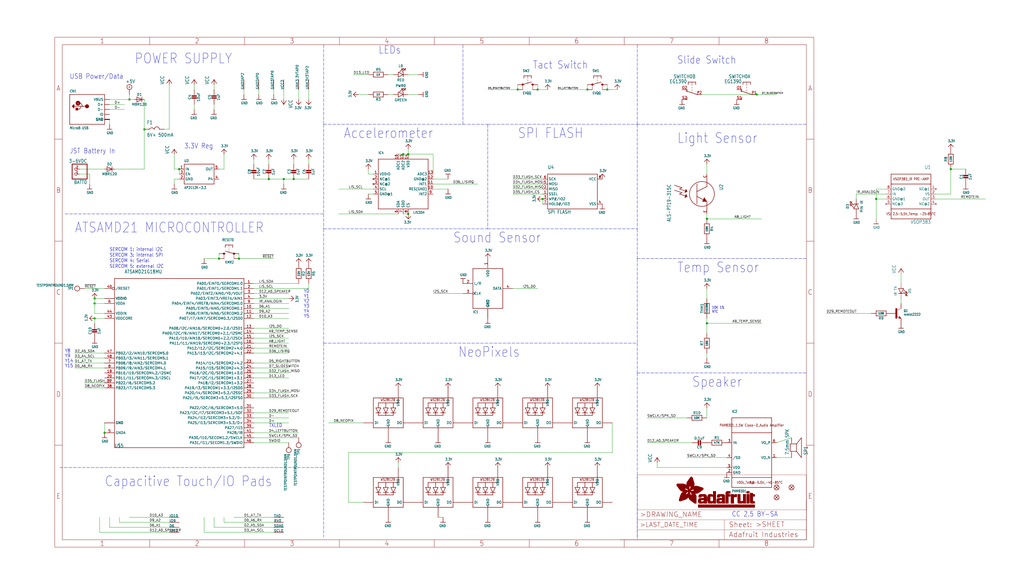
<source format=kicad_sch>
(kicad_sch (version 20211123) (generator eeschema)
  (paper "User" 522.478 299.161)
  (lib_symbols
    (symbol "schematicEagle-eagle-import:+5V" (power)
      (property "Value" "+5V" (at -1.905 3.175 0))
      (symbol "+5V_1_0"
        (pin power_in line (at 0 -2.54 90) (length 2.54) (name "+5V") (number "1"))
      )
    )
    (symbol "schematicEagle-eagle-import:1.2V" (power)
      (property "Value" "1.2V" (at -1.524 1.016 0))
      (symbol "1.2V_1_0"
        (pin power_in line (at 0 -2.54 90) (length 2.54) (name "1.2V") (number "1"))
      )
    )
    (symbol "schematicEagle-eagle-import:3.3V" (power)
      (property "Value" "3.3V" (at -1.524 1.016 0))
      (symbol "3.3V_1_0"
        (pin power_in line (at 0 -2.54 90) (length 2.54) (name "3.3V") (number "1"))
      )
    )
    (symbol "schematicEagle-eagle-import:ACCEL_LIS3DHTR"
      (property "Reference" "U" (at -12.7 15.24 0))
      (property "Value" "ACCEL_LIS3DHTR" (at 5.08 -15.24 0))
      (symbol "ACCEL_LIS3DHTR_1_0"
        (pin power_in line (at -15.24 5.08 0) (length 2.54) (name "VDDIO") (number "1"))
        (pin bidirectional line (at 15.24 -2.54 180) (length 2.54) (name "RES(GND)") (number "10"))
        (pin output line (at 15.24 0 180) (length 2.54) (name "INT1") (number "11"))
        (pin power_in line (at 15.24 2.54 180) (length 2.54) (name "GND@2") (number "12"))
        (pin input line (at 15.24 5.08 180) (length 2.54) (name "ADC3") (number "13"))
        (pin power_in line (at 2.54 15.24 270) (length 2.54) (name "VDD") (number "14"))
        (pin input line (at 0 15.24 270) (length 2.54) (name "ADC2") (number "15"))
        (pin input line (at -2.54 15.24 270) (length 2.54) (name "ADC1") (number "16"))
        (pin no_connect line (at -15.24 2.54 0) (length 2.54) (name "NC@1") (number "2"))
        (pin no_connect line (at -15.24 0 0) (length 2.54) (name "NC@2") (number "3"))
        (pin bidirectional line (at -15.24 -2.54 0) (length 2.54) (name "SCL") (number "4"))
        (pin power_in line (at -15.24 -5.08 0) (length 2.54) (name "GND@1") (number "5"))
        (pin bidirectional line (at -2.54 -15.24 90) (length 2.54) (name "SDA") (number "6"))
        (pin bidirectional line (at 0 -15.24 90) (length 2.54) (name "SDO") (number "7"))
        (pin input line (at 2.54 -15.24 90) (length 2.54) (name "CS") (number "8"))
        (pin output line (at 15.24 -5.08 180) (length 2.54) (name "INT2") (number "9"))
      )
    )
    (symbol "schematicEagle-eagle-import:ATSAMD21G_QFN"
      (property "Value" "ATSAMD21G_QFN" (at -15.24 40.64 0))
      (symbol "ATSAMD21G_QFN_1_0"
        (pin bidirectional line (at 50.8 35.56 180) (length 5.08) (name "PA00/EINT0/SERCOM1.0") (number "1"))
        (pin bidirectional line (at 50.8 22.86 180) (length 5.08) (name "PA05/EINT5/AIN5/SERCOM0.1") (number "10"))
        (pin bidirectional line (at 50.8 20.32 180) (length 5.08) (name "PA06/EINT6/AIN6/SERCOM0.2") (number "11"))
        (pin bidirectional line (at 50.8 17.78 180) (length 5.08) (name "PA07/I7/AIN7/SERCOM0.3/I2SD0") (number "12"))
        (pin bidirectional line (at 50.8 12.7 180) (length 5.08) (name "PA08/I2C/AIN16/SERCOM0+2.0/I2SD1") (number "13"))
        (pin bidirectional line (at 50.8 10.16 180) (length 5.08) (name "PA09/I2C/I9/AIN17/SERCOM0+2.1/I2SMC") (number "14"))
        (pin bidirectional line (at 50.8 7.62 180) (length 5.08) (name "PA10/I10/AIN18/SERCOM0+2.2/I2SCK") (number "15"))
        (pin bidirectional line (at 50.8 5.08 180) (length 5.08) (name "PA11/I11/AIN19/SERCOM0+2.3/I2SF0") (number "16"))
        (pin power_in line (at -25.4 27.94 0) (length 5.08) (name "VDDIO") (number "17"))
        (pin power_in line (at -25.4 -35.56 0) (length 5.08) (name "GND") (number "18"))
        (pin bidirectional line (at -25.4 -10.16 0) (length 5.08) (name "PB10/I10/SERCOM4.2/I2SMC") (number "19"))
        (pin bidirectional line (at 50.8 33.02 180) (length 5.08) (name "PA01/EINT1/SERCOM1.1") (number "2"))
        (pin bidirectional line (at -25.4 -12.7 0) (length 5.08) (name "PB11/I11/SERCOM4.3/I2SCL") (number "20"))
        (pin bidirectional line (at 50.8 2.54 180) (length 5.08) (name "PA12/I12/I2C/SERCOM2+4.0") (number "21"))
        (pin bidirectional line (at 50.8 0 180) (length 5.08) (name "PA13/I13/I2C/SERCOM2+4.1") (number "22"))
        (pin bidirectional line (at 50.8 -5.08 180) (length 5.08) (name "PA14/I14/SERCOM2+4.2") (number "23"))
        (pin bidirectional line (at 50.8 -7.62 180) (length 5.08) (name "PA15/I15/SERCOM2+4.3") (number "24"))
        (pin bidirectional line (at 50.8 -10.16 180) (length 5.08) (name "PA16/I2C/I0/SERCOM1+3.0") (number "25"))
        (pin bidirectional line (at 50.8 -12.7 180) (length 5.08) (name "PA17/I2C/I1/SERCOM1+3.1") (number "26"))
        (pin bidirectional line (at 50.8 -15.24 180) (length 5.08) (name "PA18/I2/SERCOM1+3.2") (number "27"))
        (pin bidirectional line (at 50.8 -17.78 180) (length 5.08) (name "PA19/I3/SERCOM1+3.3/I2SD0") (number "28"))
        (pin bidirectional line (at 50.8 -20.32 180) (length 5.08) (name "PA20/I4/SERCOM3+5.2/I2SSC") (number "29"))
        (pin bidirectional line (at 50.8 30.48 180) (length 5.08) (name "PA02/EINT2/AIN0/Y0/VOUT") (number "3"))
        (pin bidirectional line (at 50.8 -22.86 180) (length 5.08) (name "PA21/I5/SERCOM3+5.3/I2SFS0") (number "30"))
        (pin bidirectional line (at 50.8 -27.94 180) (length 5.08) (name "PA22/I2C/I6/SERCOM3+5.0") (number "31"))
        (pin bidirectional line (at 50.8 -30.48 180) (length 5.08) (name "PA23/I2C/I7/SERCOM3+5.1/SOF") (number "32"))
        (pin bidirectional line (at 50.8 -33.02 180) (length 5.08) (name "PA24/I12/SERCOM3+5.2/D-") (number "33"))
        (pin bidirectional line (at 50.8 -35.56 180) (length 5.08) (name "PA25/I13/SERCOM3+5.3/D+") (number "34"))
        (pin power_in line (at -25.4 -35.56 0) (length 5.08) (name "GND") (number "35"))
        (pin power_in line (at -25.4 27.94 0) (length 5.08) (name "VDDIO") (number "36"))
        (pin bidirectional line (at -25.4 -15.24 0) (length 5.08) (name "PB22/I6/SERCOM5.2") (number "37"))
        (pin bidirectional line (at -25.4 -17.78 0) (length 5.08) (name "PB23/I7/SERCOM5.3") (number "38"))
        (pin bidirectional line (at 50.8 -38.1 180) (length 5.08) (name "PA27/I15") (number "39"))
        (pin bidirectional line (at 50.8 27.94 180) (length 5.08) (name "PA03/EINT3/VREFA/AIN1") (number "4"))
        (pin bidirectional inverted (at -25.4 33.02 0) (length 5.08) (name "/RESET") (number "40"))
        (pin bidirectional line (at 50.8 -40.64 180) (length 5.08) (name "PA28/I8") (number "41"))
        (pin power_in line (at -25.4 -35.56 0) (length 5.08) (name "GND") (number "42"))
        (pin power_in line (at -25.4 17.78 0) (length 5.08) (name "VDDCORE") (number "43"))
        (pin power_in line (at -25.4 20.32 0) (length 5.08) (name "VDDIN") (number "44"))
        (pin bidirectional line (at 50.8 -43.18 180) (length 5.08) (name "PA30/I10/SECOM1.2/SWCLK") (number "45"))
        (pin bidirectional line (at 50.8 -45.72 180) (length 5.08) (name "PA31/I11/SECOM1.3/SWDIO") (number "46"))
        (pin bidirectional line (at -25.4 0 0) (length 5.08) (name "PB02/I2/AIN10/SERCOM5.0") (number "47"))
        (pin bidirectional line (at -25.4 -2.54 0) (length 5.08) (name "PB03/I3/AIN11/SERCOM5.1") (number "48"))
        (pin power_in line (at -25.4 -40.64 0) (length 5.08) (name "GNDA") (number "5"))
        (pin power_in line (at -25.4 25.4 0) (length 5.08) (name "VDDA") (number "6"))
        (pin bidirectional line (at -25.4 -5.08 0) (length 5.08) (name "PB08/I8/AIN2/SERCOM4.0") (number "7"))
        (pin bidirectional line (at -25.4 -7.62 0) (length 5.08) (name "PB09/I9/AIN3/SERCOM4.1") (number "8"))
        (pin bidirectional line (at 50.8 25.4 180) (length 5.08) (name "PA04/EINT4/VREFB/AIN4/SERCOM0.0") (number "9"))
        (pin power_in line (at -25.4 -35.56 0) (length 5.08) (name "GND") (number "THERMAL"))
      )
    )
    (symbol "schematicEagle-eagle-import:CAP_CERAMIC0603_NO"
      (property "Reference" "C" (at -2.29 1.25 90))
      (property "Value" "CAP_CERAMIC0603_NO" (at 2.3 1.25 90))
      (symbol "CAP_CERAMIC0603_NO_1_0"
        (pin passive line (at 0 5.08 270) (length 2.54) (name "1") (number "1"))
        (pin passive line (at 0 -2.54 90) (length 2.54) (name "2") (number "2"))
      )
    )
    (symbol "schematicEagle-eagle-import:CAP_CERAMIC0805-NOOUTLINE"
      (property "Reference" "C" (at -2.29 1.25 90))
      (property "Value" "CAP_CERAMIC0805-NOOUTLINE" (at 2.3 1.25 90))
      (symbol "CAP_CERAMIC0805-NOOUTLINE_1_0"
        (pin passive line (at 0 5.08 270) (length 2.54) (name "1") (number "1"))
        (pin passive line (at 0 -2.54 90) (length 2.54) (name "2") (number "2"))
      )
    )
    (symbol "schematicEagle-eagle-import:CON_JST_PH_2PIN"
      (property "Reference" "X" (at -6.35 5.715 0))
      (property "Value" "CON_JST_PH_2PIN" (at -6.35 -5.08 0))
      (symbol "CON_JST_PH_2PIN_1_0"
        (pin passive inverted (at -2.54 2.54 0) (length 2.54) (name "1") (number "1"))
        (pin passive inverted (at -2.54 0 0) (length 2.54) (name "2") (number "2"))
      )
    )
    (symbol "schematicEagle-eagle-import:DIODESOD-123"
      (property "Reference" "D" (at 0 2.54 0))
      (property "Value" "DIODESOD-123" (at 0 -2.5 0))
      (symbol "DIODESOD-123_1_0"
        (pin passive line (at -2.54 0 0) (length 2.54) (name "A") (number "A"))
        (pin passive line (at 2.54 0 180) (length 2.54) (name "C") (number "C"))
      )
    )
    (symbol "schematicEagle-eagle-import:DPDT-EG1390"
      (property "Reference" "SW" (at -8.255 -1.905 90))
      (property "Value" "DPDT-EG1390" (at -5.715 2.54 90))
      (symbol "DPDT-EG1390_1_0"
        (pin passive line (at -2.54 5.08 270) (length 2.54) (name "O") (number "O1"))
        (pin passive line (at 0 -5.08 90) (length 2.54) (name "P") (number "P1"))
        (pin passive line (at 2.54 5.08 270) (length 2.54) (name "S") (number "S1"))
      )
      (symbol "DPDT-EG1390_2_0"
        (pin passive line (at -2.54 5.08 270) (length 2.54) (name "O") (number "O2"))
        (pin passive line (at 0 -5.08 90) (length 2.54) (name "P") (number "P2"))
        (pin passive line (at 2.54 5.08 270) (length 2.54) (name "S") (number "S2"))
      )
    )
    (symbol "schematicEagle-eagle-import:FIDUCIAL_1MM")
    (symbol "schematicEagle-eagle-import:FRAME_A3_ADAFRUIT"
      (symbol "FRAME_A3_ADAFRUIT_0_0"
        (text "1" (at 24.2094 1.905 0) (effects (font (size 2.54 2.286))))
        (text "1" (at 24.2094 258.445 0) (effects (font (size 2.54 2.286))))
        (text "2" (at 72.6281 1.905 0) (effects (font (size 2.54 2.286))))
        (text "2" (at 72.6281 258.445 0) (effects (font (size 2.54 2.286))))
        (text "3" (at 121.0469 1.905 0) (effects (font (size 2.54 2.286))))
        (text "3" (at 121.0469 258.445 0) (effects (font (size 2.54 2.286))))
        (text "4" (at 169.4656 1.905 0) (effects (font (size 2.54 2.286))))
        (text "4" (at 169.4656 258.445 0) (effects (font (size 2.54 2.286))))
        (text "5" (at 217.8844 1.905 0) (effects (font (size 2.54 2.286))))
        (text "5" (at 217.8844 258.445 0) (effects (font (size 2.54 2.286))))
        (text "6" (at 266.3031 1.905 0) (effects (font (size 2.54 2.286))))
        (text "6" (at 266.3031 258.445 0) (effects (font (size 2.54 2.286))))
        (text "7" (at 314.7219 1.905 0) (effects (font (size 2.54 2.286))))
        (text "7" (at 314.7219 258.445 0) (effects (font (size 2.54 2.286))))
        (text "8" (at 363.1406 1.905 0) (effects (font (size 2.54 2.286))))
        (text "8" (at 363.1406 258.445 0) (effects (font (size 2.54 2.286))))
        (text "A" (at 1.905 234.315 0) (effects (font (size 2.54 2.286))))
        (text "A" (at 385.445 234.315 0) (effects (font (size 2.54 2.286))))
        (text "B" (at 1.905 182.245 0) (effects (font (size 2.54 2.286))))
        (text "B" (at 385.445 182.245 0) (effects (font (size 2.54 2.286))))
        (text "C" (at 1.905 130.175 0) (effects (font (size 2.54 2.286))))
        (text "C" (at 385.445 130.175 0) (effects (font (size 2.54 2.286))))
        (text "D" (at 1.905 78.105 0) (effects (font (size 2.54 2.286))))
        (text "D" (at 385.445 78.105 0) (effects (font (size 2.54 2.286))))
        (text "E" (at 1.905 26.035 0) (effects (font (size 2.54 2.286))))
        (text "E" (at 385.445 26.035 0) (effects (font (size 2.54 2.286))))
      )
      (symbol "FRAME_A3_ADAFRUIT_1_0"
        (text ">DRAWING_NAME" (at 298.45 15.24 0) (effects (font (size 2.54 2.54)) (justify left bottom)))
        (text ">LAST_DATE_TIME" (at 298.45 10.16 0) (effects (font (size 2.286 2.286)) (justify left bottom)))
        (text ">SHEET" (at 357.505 10.16 0) (effects (font (size 2.54 2.54)) (justify left bottom)))
        (text "Adafruit Industries" (at 343.916 4.953 0) (effects (font (size 2.54 2.54)) (justify left bottom)))
        (text "Sheet:" (at 343.916 10.033 0) (effects (font (size 2.54 2.54)) (justify left bottom)))
      )
    )
    (symbol "schematicEagle-eagle-import:GND" (power)
      (property "Value" "GND" (at -1.524 -2.54 0))
      (symbol "GND_1_0"
        (pin power_in line (at 0 2.54 270) (length 2.54) (name "GND") (number "1"))
      )
    )
    (symbol "schematicEagle-eagle-import:LED0805_NOOUTLINE"
      (property "Reference" "D" (at -1.27 4.445 0))
      (property "Value" "LED0805_NOOUTLINE" (at -1.27 -2.794 0))
      (symbol "LED0805_NOOUTLINE_1_0"
        (pin passive line (at -5.08 0 0) (length 2.54) (name "A") (number "A"))
        (pin passive line (at 2.54 0 180) (length 2.54) (name "C") (number "C"))
      )
    )
    (symbol "schematicEagle-eagle-import:LED1206_NOOUTLINE"
      (property "Reference" "D" (at -1.27 4.445 0))
      (property "Value" "LED1206_NOOUTLINE" (at -1.27 -2.794 0))
      (symbol "LED1206_NOOUTLINE_1_0"
        (pin passive line (at -5.08 0 0) (length 2.54) (name "A") (number "A"))
        (pin passive line (at 2.54 0 180) (length 2.54) (name "C") (number "C"))
      )
    )
    (symbol "schematicEagle-eagle-import:LIGHT_ALS-PT19-315C"
      (property "Reference" "U" (at 8.89 5.08 90))
      (property "Value" "LIGHT_ALS-PT19-315C" (at -17.78 5.08 90))
      (symbol "LIGHT_ALS-PT19-315C_1_0"
        (pin bidirectional line (at 2.54 10.16 270) (length 2.54) (name "C") (number "C"))
        (pin bidirectional line (at 2.54 -10.16 90) (length 2.54) (name "E") (number "E"))
      )
    )
    (symbol "schematicEagle-eagle-import:MIC_PDM_SPK0415"
      (property "Reference" "IC" (at -7.62 -12.7 0))
      (symbol "MIC_PDM_SPK0415_1_0"
        (pin power_in line (at 0 15.24 270) (length 5.08) (name "VDD") (number "1"))
        (pin input line (at -12.7 2.54 0) (length 5.08) (name "L/R") (number "2"))
        (pin input clock (at -12.7 -2.54 0) (length 5.08) (name "CLK") (number "3"))
        (pin bidirectional line (at 12.7 0 180) (length 5.08) (name "DATA") (number "4"))
        (pin power_in line (at 0 -15.24 90) (length 5.08) (name "GND") (number "5"))
        (pin power_in line (at 0 -15.24 90) (length 5.08) (name "GND") (number "6"))
        (pin power_in line (at 0 -15.24 90) (length 5.08) (name "GND") (number "7"))
        (pin power_in line (at 0 -15.24 90) (length 5.08) (name "GND") (number "8"))
      )
    )
    (symbol "schematicEagle-eagle-import:PAM8301"
      (property "Reference" "IC" (at -10.16 17.78 0))
      (property "Value" "PAM8301" (at -10.16 -22.86 0))
      (symbol "PAM8301_1_0"
        (text "2.0-5.5V_-40-85°C" (at -1.27 -17.78 0) (effects (font (size 1.27 1.0795)) (justify left)))
        (text "PAM8301_1.5W Class-D_Audio Amplifier" (at 0 11.43 0) (effects (font (size 1.27 1.0795))))
        (text "VDD:_Temp:" (at -7.62 -17.78 0) (effects (font (size 1.27 1.0795)) (justify left)))
        (pin output line (at 12.7 -5.08 180) (length 2.54) (name "VO_N") (number "1"))
        (pin power_in line (at -12.7 -12.7 0) (length 2.54) (name "GND") (number "2"))
        (pin input line (at -12.7 2.54 0) (length 2.54) (name "IN") (number "3"))
        (pin input line (at -12.7 -5.08 0) (length 2.54) (name "/SD") (number "4"))
        (pin power_in line (at -12.7 -10.16 0) (length 2.54) (name "VDD") (number "5"))
        (pin output line (at 12.7 2.54 180) (length 2.54) (name "VO_P") (number "6"))
      )
    )
    (symbol "schematicEagle-eagle-import:PTCFUSE-1206"
      (property "Reference" "F" (at -3.81 5.08 0))
      (property "Value" "PTCFUSE-1206" (at -3.81 -1.27 0))
      (symbol "PTCFUSE-1206_1_0"
        (pin passive line (at -5.08 2.54 0) (length 2.54) (name "1") (number "1"))
        (pin passive line (at 5.08 2.54 180) (length 2.54) (name "2") (number "2"))
      )
    )
    (symbol "schematicEagle-eagle-import:RESISTOR_0402"
      (property "Reference" "R" (at 0 2.54 0))
      (property "Value" "RESISTOR_0402" (at 0 0 0))
      (symbol "RESISTOR_0402_1_0"
        (pin passive line (at -5.08 0 0) (length 2.54) (name "1") (number "1"))
        (pin passive line (at 5.08 0 180) (length 2.54) (name "2") (number "2"))
      )
    )
    (symbol "schematicEagle-eagle-import:RESISTOR_0603_NOOUT"
      (property "Reference" "R" (at 0 2.54 0))
      (property "Value" "RESISTOR_0603_NOOUT" (at 0 0 0))
      (symbol "RESISTOR_0603_NOOUT_1_0"
        (pin passive line (at -5.08 0 0) (length 2.54) (name "1") (number "1"))
        (pin passive line (at 5.08 0 180) (length 2.54) (name "2") (number "2"))
      )
    )
    (symbol "schematicEagle-eagle-import:SEWTAP-ALLIGATOR"
      (property "Reference" "TP" (at 0 0 0))
      (symbol "SEWTAP-ALLIGATOR_1_0"
        (pin bidirectional line (at 0 0 0) (length 5.08) (name "SEW") (number "P$1"))
      )
    )
    (symbol "schematicEagle-eagle-import:SPEAKER_7.5MM"
      (property "Reference" "SP" (at -3.81 6.35 0))
      (property "Value" "SPEAKER_7.5MM" (at -3.81 -3.175 0))
      (symbol "SPEAKER_7.5MM_1_0"
        (pin passive line (at -5.08 0 0) (length 2.54) (name "+") (number "+"))
        (pin passive line (at 5.08 0 180) (length 2.54) (name "-") (number "-"))
      )
    )
    (symbol "schematicEagle-eagle-import:SPIFLASH_SOIC8"
      (property "Reference" "U" (at -12.7 12.7 0))
      (property "Value" "SPIFLASH_SOIC8" (at -12.7 -10.16 0))
      (symbol "SPIFLASH_SOIC8_1_0"
        (pin bidirectional line (at -15.24 0 0) (length 2.54) (name "SSEL") (number "1"))
        (pin bidirectional line (at -15.24 2.54 0) (length 2.54) (name "MISO") (number "2"))
        (pin bidirectional line (at -15.24 -2.54 0) (length 2.54) (name "WP#/IO2") (number "3"))
        (pin bidirectional line (at 15.24 -5.08 180) (length 2.54) (name "VSS") (number "4"))
        (pin bidirectional line (at -15.24 5.08 0) (length 2.54) (name "MOSI") (number "5"))
        (pin bidirectional line (at -15.24 7.62 0) (length 2.54) (name "SCK") (number "6"))
        (pin bidirectional line (at -15.24 -5.08 0) (length 2.54) (name "HOLD#/IO3") (number "7"))
        (pin bidirectional line (at 15.24 7.62 180) (length 2.54) (name "VCC") (number "8"))
      )
    )
    (symbol "schematicEagle-eagle-import:SWITCH_TACT_SMT4.6X2.8"
      (property "Reference" "SW" (at -2.54 6.35 0))
      (property "Value" "SWITCH_TACT_SMT4.6X2.8" (at -2.54 -5.08 0))
      (symbol "SWITCH_TACT_SMT4.6X2.8_1_0"
        (pin passive line (at -5.08 0 0) (length 2.54) (name "P") (number "A"))
        (pin passive line (at -5.08 -2.54 0) (length 2.54) (name "P1") (number "A'"))
        (pin passive line (at 5.08 0 180) (length 2.54) (name "S") (number "B"))
        (pin passive line (at 5.08 -2.54 180) (length 2.54) (name "S1") (number "B'"))
      )
    )
    (symbol "schematicEagle-eagle-import:SWITCH_TACT_SMT_EVQQ2_SMALL"
      (property "Reference" "SW" (at -2.54 6.35 0))
      (property "Value" "SWITCH_TACT_SMT_EVQQ2_SMALL" (at -2.54 -5.08 0))
      (symbol "SWITCH_TACT_SMT_EVQQ2_SMALL_1_0"
        (pin passive line (at -5.08 0 0) (length 2.54) (name "P") (number "A"))
        (pin passive line (at -5.08 -2.54 0) (length 2.54) (name "P1") (number "A'"))
        (pin passive line (at 5.08 0 180) (length 2.54) (name "S") (number "B"))
        (pin passive line (at 5.08 -2.54 180) (length 2.54) (name "S1") (number "B'"))
      )
    )
    (symbol "schematicEagle-eagle-import:TESTPOINTROUND1.5MM"
      (property "Reference" "TP" (at 0 5.588 90))
      (property "Value" "TESTPOINTROUND1.5MM" (at 1.651 5.588 90))
      (symbol "TESTPOINTROUND1.5MM_1_0"
        (pin bidirectional line (at 0 0 90) (length 2.54) (name "P$1") (number "P$1"))
      )
    )
    (symbol "schematicEagle-eagle-import:TRANSISTOR_NPN"
      (property "Reference" "Q" (at 1.27 0.635 0))
      (property "Value" "TRANSISTOR_NPN" (at 1.27 -1.27 0))
      (symbol "TRANSISTOR_NPN_1_0"
        (pin passive line (at -5.08 0 0) (length 2.54) (name "B") (number "1"))
        (pin passive line (at 0 -5.08 90) (length 2.54) (name "E") (number "2"))
        (pin passive line (at 0 5.08 270) (length 2.54) (name "C") (number "3"))
      )
    )
    (symbol "schematicEagle-eagle-import:USB_MICRO_20329_V2"
      (property "Reference" "X" (at -10.16 8.636 0))
      (property "Value" "USB_MICRO_20329_V2" (at -10.16 -10.16 0))
      (symbol "USB_MICRO_20329_V2_1_0"
        (pin power_in line (at 10.16 -5.08 180) (length 2.54) (name "GND") (number "BASE@1"))
        (pin power_in line (at 10.16 -5.08 180) (length 2.54) (name "GND") (number "BASE@2"))
        (pin bidirectional line (at 10.16 2.54 180) (length 2.54) (name "D+") (number "D+"))
        (pin bidirectional line (at 10.16 0 180) (length 2.54) (name "D-") (number "D-"))
        (pin power_in line (at 10.16 -5.08 180) (length 2.54) (name "GND") (number "GND"))
        (pin bidirectional line (at 10.16 -2.54 180) (length 2.54) (name "ID") (number "ID"))
        (pin power_in line (at 10.16 -5.08 180) (length 2.54) (name "GND") (number "SPRT@1"))
        (pin power_in line (at 10.16 -5.08 180) (length 2.54) (name "GND") (number "SPRT@2"))
        (pin power_in line (at 10.16 -5.08 180) (length 2.54) (name "GND") (number "SPRT@3"))
        (pin power_in line (at 10.16 -5.08 180) (length 2.54) (name "GND") (number "SPRT@4"))
        (pin power_in line (at 10.16 5.08 180) (length 2.54) (name "VBUS") (number "VBUS"))
      )
    )
    (symbol "schematicEagle-eagle-import:VCC" (power)
      (property "Value" "VCC" (at -2.54 -2.54 90))
      (symbol "VCC_1_0"
        (pin power_in line (at 0 -2.54 90) (length 2.54) (name "VCC") (number "1"))
      )
    )
    (symbol "schematicEagle-eagle-import:VREG_SOT23-5"
      (property "Reference" "U" (at -7.62 6.096 0))
      (property "Value" "VREG_SOT23-5" (at -7.62 -7.62 0))
      (symbol "VREG_SOT23-5_1_0"
        (pin power_in line (at -10.16 2.54 0) (length 2.54) (name "IN") (number "1"))
        (pin power_in line (at -10.16 -2.54 0) (length 2.54) (name "GND") (number "2"))
        (pin input line (at -10.16 0 0) (length 2.54) (name "EN") (number "3"))
        (pin bidirectional line (at 10.16 -2.54 180) (length 2.54) (name "P4") (number "4"))
        (pin power_in line (at 10.16 2.54 180) (length 2.54) (name "OUT") (number "5"))
      )
    )
    (symbol "schematicEagle-eagle-import:VSOP383"
      (property "Reference" "U" (at -10.16 15.24 0))
      (property "Value" "VSOP383" (at -10.16 -12.7 0))
      (symbol "VSOP383_1_0"
        (text "VS: 2.5-5.5V_Temp: -25~85°C" (at 0 -7.62 0) (effects (font (size 1.27 1.0795))))
        (text "VSOP383_IR PRE-AMP" (at 0 10.16 0) (effects (font (size 1.27 1.0795))))
        (pin no_connect line (at -12.7 5.08 0) (length 2.54) (name "NC@1") (number "1"))
        (pin power_in line (at -12.7 2.54 0) (length 2.54) (name "VS") (number "2"))
        (pin output line (at -12.7 0 0) (length 2.54) (name "OUT") (number "3"))
        (pin no_connect line (at -12.7 -2.54 0) (length 2.54) (name "NC@2") (number "4"))
        (pin no_connect line (at 12.7 -2.54 180) (length 2.54) (name "NC@3") (number "5"))
        (pin power_in line (at 12.7 0 180) (length 2.54) (name "GND@1") (number "6"))
        (pin input line (at 12.7 2.54 180) (length 2.54) (name "IN") (number "7"))
        (pin power_in line (at 12.7 5.08 180) (length 2.54) (name "GND@2") (number "8"))
      )
    )
    (symbol "schematicEagle-eagle-import:WS2812B3535"
      (symbol "WS2812B3535_1_0"
        (text "WS2812B" (at -4.064 8.382 0) (effects (font (size 1.27 1.0795)) (justify left bottom)))
        (pin input line (at -12.7 -2.54 0) (length 5.08) (name "DI") (number "1"))
        (pin power_in line (at 5.08 15.24 270) (length 5.08) (name "VDD") (number "2"))
        (pin output line (at 12.7 -2.54 180) (length 5.08) (name "DO") (number "3"))
        (pin power_in line (at 0 -10.16 90) (length 5.08) (name "GND") (number "4"))
      )
    )
  )
  (junction (at 144.78 91.44))
  (junction (at 360.68 111.76))
  (junction (at 299.72 45.72))
  (junction (at 208.28 78.74))
  (junction (at 121.92 132.08))
  (junction (at 48.26 154.94))
  (junction (at 274.32 45.72))
  (junction (at 276.86 101.6))
  (junction (at 264.16 45.72))
  (junction (at 447.04 101.6))
  (junction (at 48.26 162.56))
  (junction (at 48.26 152.4))
  (junction (at 149.86 91.44))
  (junction (at 111.76 132.08))
  (junction (at 485.14 86.36))
  (junction (at 73.66 66.04))
  (junction (at 53.34 220.98))
  (junction (at 360.68 165.1))
  (junction (at 91.44 86.36))
  (junction (at 137.16 91.44))
  (junction (at 66.04 50.8))
  (junction (at 205.74 78.74))
  (junction (at 309.88 45.72))
  (junction (at 386.08 48.26))
  (junction (at 208.28 109.22))
  (wire (pts (xy 177.8 231.14) (xy 312.42 231.14)))
  (wire (pts (xy 53.34 185.42) (xy 38.1 185.42)))
  (wire (pts (xy 137.16 81.28) (xy 137.16 83.82)))
  (wire (pts (xy 147.32 226.06) (xy 129.54 226.06)))
  (polyline (pts (xy 325.12 116.84) (xy 325.12 132.08)))
  (wire (pts (xy 144.78 91.44) (xy 137.16 91.44)))
  (wire (pts (xy 190.5 96.52) (xy 172.72 96.52)))
  (wire (pts (xy 53.34 154.94) (xy 48.26 154.94)))
  (wire (pts (xy 360.68 182.88) (xy 360.68 180.34)))
  (wire (pts (xy 203.2 109.22) (xy 172.72 109.22)))
  (wire (pts (xy 129.54 81.28) (xy 129.54 83.82)))
  (wire (pts (xy 157.48 50.8) (xy 157.48 45.72)))
  (wire (pts (xy 88.9 86.36) (xy 91.44 86.36)))
  (wire (pts (xy 129.54 149.86) (xy 147.32 149.86)))
  (polyline (pts (xy 165.1 109.22) (xy 33.02 109.22)))
  (wire (pts (xy 86.36 66.04) (xy 83.82 66.04)))
  (wire (pts (xy 144.78 45.72) (xy 144.78 50.8)))
  (wire (pts (xy 276.86 101.6) (xy 276.86 104.14)))
  (wire (pts (xy 129.54 193.04) (xy 147.32 193.04)))
  (polyline (pts (xy 325.12 190.5) (xy 325.12 274.32)))
  (wire (pts (xy 129.54 154.94) (xy 147.32 154.94)))
  (wire (pts (xy 119.38 264.16) (xy 139.7 264.16)))
  (wire (pts (xy 187.96 88.9) (xy 187.96 86.36)))
  (wire (pts (xy 129.54 177.8) (xy 147.32 177.8)))
  (polyline (pts (xy 165.1 175.26) (xy 165.1 238.76)))
  (wire (pts (xy 88.9 91.44) (xy 91.44 91.44)))
  (wire (pts (xy 261.62 93.98) (xy 276.86 93.98)))
  (wire (pts (xy 147.32 167.64) (xy 129.54 167.64)))
  (wire (pts (xy 53.34 198.12) (xy 43.18 198.12)))
  (wire (pts (xy 360.68 111.76) (xy 360.68 109.22)))
  (wire (pts (xy 350.52 213.36) (xy 330.2 213.36)))
  (wire (pts (xy 66.04 48.26) (xy 66.04 50.8)))
  (wire (pts (xy 129.54 200.66) (xy 147.32 200.66)))
  (wire (pts (xy 129.54 160.02) (xy 147.32 160.02)))
  (wire (pts (xy 149.86 91.44) (xy 144.78 91.44)))
  (wire (pts (xy 177.8 256.54) (xy 177.8 231.14)))
  (wire (pts (xy 139.7 132.08) (xy 121.92 132.08)))
  (wire (pts (xy 276.86 91.44) (xy 261.62 91.44)))
  (wire (pts (xy 208.28 38.1) (xy 213.36 38.1)))
  (wire (pts (xy 436.88 99.06) (xy 436.88 101.6)))
  (wire (pts (xy 99.06 43.18) (xy 99.06 45.72)))
  (wire (pts (xy 48.26 162.56) (xy 48.26 165.1)))
  (wire (pts (xy 149.86 81.28) (xy 149.86 83.82)))
  (polyline (pts (xy 236.22 63.5) (xy 248.92 63.5)))
  (wire (pts (xy 360.68 88.9) (xy 360.68 83.82)))
  (wire (pts (xy 261.62 147.32) (xy 274.32 147.32)))
  (wire (pts (xy 48.26 154.94) (xy 48.26 152.4)))
  (wire (pts (xy 452.12 99.06) (xy 436.88 99.06)))
  (wire (pts (xy 60.96 266.7) (xy 60.96 264.16)))
  (wire (pts (xy 53.34 152.4) (xy 48.26 152.4)))
  (wire (pts (xy 205.74 78.74) (xy 203.2 78.74)))
  (wire (pts (xy 157.48 81.28) (xy 157.48 83.82)))
  (wire (pts (xy 55.88 53.34) (xy 63.5 53.34)))
  (wire (pts (xy 447.04 101.6) (xy 447.04 111.76)))
  (wire (pts (xy 309.88 45.72) (xy 314.96 45.72)))
  (wire (pts (xy 53.34 147.32) (xy 43.18 147.32)))
  (wire (pts (xy 129.54 190.5) (xy 147.32 190.5)))
  (wire (pts (xy 157.48 91.44) (xy 149.86 91.44)))
  (wire (pts (xy 187.96 38.1) (xy 180.34 38.1)))
  (wire (pts (xy 139.7 48.26) (xy 139.7 45.72)))
  (wire (pts (xy 111.76 129.54) (xy 111.76 132.08)))
  (polyline (pts (xy 325.12 190.5) (xy 411.48 190.5)))
  (polyline (pts (xy 325.12 63.5) (xy 325.12 116.84)))
  (wire (pts (xy 129.54 172.72) (xy 147.32 172.72)))
  (wire (pts (xy 360.68 147.32) (xy 360.68 152.4)))
  (wire (pts (xy 477.52 99.06) (xy 485.14 99.06)))
  (wire (pts (xy 185.42 215.9) (xy 167.64 215.9)))
  (wire (pts (xy 60.96 266.7) (xy 86.36 266.7)))
  (wire (pts (xy 109.22 269.24) (xy 109.22 264.16)))
  (wire (pts (xy 129.54 162.56) (xy 147.32 162.56)))
  (wire (pts (xy 129.54 144.78) (xy 152.4 144.78)))
  (wire (pts (xy 147.32 175.26) (xy 129.54 175.26)))
  (wire (pts (xy 370.84 238.76) (xy 335.28 238.76)))
  (wire (pts (xy 360.68 170.18) (xy 360.68 165.1)))
  (wire (pts (xy 452.12 96.52) (xy 447.04 96.52)))
  (wire (pts (xy 360.68 111.76) (xy 388.62 111.76)))
  (polyline (pts (xy 325.12 22.86) (xy 325.12 63.5)))
  (wire (pts (xy 335.28 238.76) (xy 335.28 236.22)))
  (polyline (pts (xy 236.22 63.5) (xy 236.22 22.86)))
  (polyline (pts (xy 165.1 63.5) (xy 165.1 109.22)))
  (wire (pts (xy 91.44 88.9) (xy 91.44 86.36)))
  (wire (pts (xy 360.68 213.36) (xy 360.68 208.28)))
  (wire (pts (xy 104.14 132.08) (xy 111.76 132.08)))
  (wire (pts (xy 152.4 50.8) (xy 152.4 45.72)))
  (wire (pts (xy 55.88 55.88) (xy 63.5 55.88)))
  (wire (pts (xy 114.3 266.7) (xy 139.7 266.7)))
  (wire (pts (xy 452.12 101.6) (xy 447.04 101.6)))
  (wire (pts (xy 459.74 152.4) (xy 459.74 154.94)))
  (polyline (pts (xy 325.12 132.08) (xy 325.12 175.26)))
  (wire (pts (xy 147.32 187.96) (xy 129.54 187.96)))
  (wire (pts (xy 58.42 86.36) (xy 73.66 86.36)))
  (wire (pts (xy 444.5 160.02) (xy 421.64 160.02)))
  (wire (pts (xy 55.88 269.24) (xy 55.88 264.16)))
  (wire (pts (xy 40.64 86.36) (xy 53.34 86.36)))
  (polyline (pts (xy 325.12 175.26) (xy 325.12 190.5)))
  (wire (pts (xy 48.26 160.02) (xy 48.26 154.94)))
  (wire (pts (xy 86.36 66.04) (xy 86.36 43.18)))
  (wire (pts (xy 129.54 157.48) (xy 147.32 157.48)))
  (wire (pts (xy 213.36 48.26) (xy 208.28 48.26)))
  (wire (pts (xy 208.28 76.2) (xy 208.28 78.74)))
  (polyline (pts (xy 165.1 175.26) (xy 325.12 175.26)))
  (wire (pts (xy 55.88 60.96) (xy 55.88 63.5)))
  (polyline (pts (xy 165.1 109.22) (xy 165.1 116.84)))
  (polyline (pts (xy 325.12 132.08) (xy 411.48 132.08)))
  (wire (pts (xy 129.54 223.52) (xy 152.4 223.52)))
  (polyline (pts (xy 165.1 116.84) (xy 248.92 116.84)))
  (polyline (pts (xy 248.92 63.5) (xy 325.12 63.5)))
  (wire (pts (xy 187.96 48.26) (xy 182.88 48.26)))
  (wire (pts (xy 187.96 99.06) (xy 190.5 99.06)))
  (wire (pts (xy 139.7 271.78) (xy 104.14 271.78)))
  (wire (pts (xy 492.76 86.36) (xy 485.14 86.36)))
  (wire (pts (xy 53.34 162.56) (xy 48.26 162.56)))
  (wire (pts (xy 86.36 271.78) (xy 50.8 271.78)))
  (wire (pts (xy 129.54 213.36) (xy 147.32 213.36)))
  (wire (pts (xy 396.24 233.68) (xy 403.86 233.68)))
  (wire (pts (xy 370.84 233.68) (xy 350.52 233.68)))
  (wire (pts (xy 477.52 101.6) (xy 502.92 101.6)))
  (wire (pts (xy 109.22 45.72) (xy 109.22 43.18)))
  (polyline (pts (xy 248.92 63.5) (xy 248.92 116.84)))
  (wire (pts (xy 157.48 147.32) (xy 129.54 147.32)))
  (wire (pts (xy 198.12 48.26) (xy 200.66 48.26)))
  (wire (pts (xy 220.98 96.52) (xy 228.6 96.52)))
  (wire (pts (xy 99.06 53.34) (xy 99.06 55.88)))
  (polyline (pts (xy 165.1 116.84) (xy 165.1 175.26)))
  (wire (pts (xy 55.88 50.8) (xy 66.04 50.8)))
  (wire (pts (xy 447.04 96.52) (xy 447.04 101.6)))
  (wire (pts (xy 104.14 271.78) (xy 104.14 264.16)))
  (wire (pts (xy 185.42 256.54) (xy 177.8 256.54)))
  (wire (pts (xy 50.8 271.78) (xy 50.8 264.16)))
  (wire (pts (xy 66.04 264.16) (xy 86.36 264.16)))
  (wire (pts (xy 208.28 78.74) (xy 205.74 78.74)))
  (wire (pts (xy 299.72 43.18) (xy 299.72 45.72)))
  (wire (pts (xy 129.54 220.98) (xy 152.4 220.98)))
  (wire (pts (xy 274.32 45.72) (xy 279.4 45.72)))
  (wire (pts (xy 157.48 147.32) (xy 157.48 144.78)))
  (wire (pts (xy 137.16 91.44) (xy 129.54 91.44)))
  (wire (pts (xy 396.24 226.06) (xy 403.86 223.52)))
  (wire (pts (xy 114.3 78.74) (xy 114.3 86.36)))
  (wire (pts (xy 386.08 48.26) (xy 396.24 48.26)))
  (wire (pts (xy 274.32 43.18) (xy 274.32 45.72)))
  (wire (pts (xy 203.2 238.76) (xy 203.2 236.22)))
  (wire (pts (xy 299.72 45.72) (xy 284.48 45.72)))
  (wire (pts (xy 147.32 215.9) (xy 129.54 215.9)))
  (wire (pts (xy 205.74 109.22) (xy 208.28 109.22)))
  (wire (pts (xy 109.22 53.34) (xy 109.22 55.88)))
  (wire (pts (xy 121.92 129.54) (xy 121.92 132.08)))
  (wire (pts (xy 73.66 50.8) (xy 73.66 66.04)))
  (wire (pts (xy 276.86 99.06) (xy 261.62 99.06)))
  (polyline (pts (xy 248.92 116.84) (xy 325.12 116.84)))
  (wire (pts (xy 276.86 96.52) (xy 261.62 96.52)))
  (wire (pts (xy 53.34 195.58) (xy 43.18 195.58)))
  (wire (pts (xy 198.12 38.1) (xy 200.66 38.1)))
  (wire (pts (xy 358.14 48.26) (xy 386.08 48.26)))
  (wire (pts (xy 129.54 152.4) (xy 147.32 152.4)))
  (wire (pts (xy 73.66 66.04) (xy 73.66 86.36)))
  (polyline (pts (xy 165.1 22.86) (xy 165.1 63.5)))
  (wire (pts (xy 190.5 88.9) (xy 187.96 88.9)))
  (wire (pts (xy 86.36 269.24) (xy 55.88 269.24)))
  (wire (pts (xy 220.98 91.44) (xy 228.6 91.44)))
  (wire (pts (xy 129.54 185.42) (xy 147.32 185.42)))
  (wire (pts (xy 129.54 203.2) (xy 147.32 203.2)))
  (wire (pts (xy 114.3 86.36) (xy 111.76 86.36)))
  (wire (pts (xy 53.34 182.88) (xy 38.1 182.88)))
  (wire (pts (xy 139.7 269.24) (xy 109.22 269.24)))
  (wire (pts (xy 360.68 165.1) (xy 388.62 165.1)))
  (wire (pts (xy 312.42 231.14) (xy 312.42 215.9)))
  (wire (pts (xy 360.68 165.1) (xy 360.68 162.56)))
  (wire (pts (xy 53.34 160.02) (xy 48.26 160.02)))
  (wire (pts (xy 129.54 180.34) (xy 147.32 180.34)))
  (wire (pts (xy 129.54 210.82) (xy 147.32 210.82)))
  (wire (pts (xy 38.1 187.96) (xy 53.34 187.96)))
  (wire (pts (xy 132.08 48.26) (xy 132.08 45.72)))
  (wire (pts (xy 124.46 48.26) (xy 124.46 45.72)))
  (wire (pts (xy 309.88 43.18) (xy 309.88 45.72)))
  (wire (pts (xy 220.98 93.98) (xy 243.84 93.98)))
  (polyline (pts (xy 165.1 63.5) (xy 236.22 63.5)))
  (wire (pts (xy 88.9 91.44) (xy 88.9 93.98)))
  (wire (pts (xy 68.58 50.8) (xy 66.04 50.8)))
  (wire (pts (xy 220.98 78.74) (xy 208.28 78.74)))
  (wire (pts (xy 220.98 88.9) (xy 220.98 78.74)))
  (wire (pts (xy 459.74 139.7) (xy 459.74 144.78)))
  (wire (pts (xy 53.34 180.34) (xy 38.1 180.34)))
  (wire (pts (xy 353.06 226.06) (xy 330.2 226.06)))
  (polyline (pts (xy 30.48 238.76) (xy 165.1 238.76)))
  (wire (pts (xy 264.16 43.18) (xy 264.16 45.72)))
  (wire (pts (xy 144.78 93.98) (xy 144.78 91.44)))
  (polyline (pts (xy 165.1 238.76) (xy 165.1 274.32)))
  (wire (pts (xy 45.72 88.9) (xy 45.72 93.98)))
  (wire (pts (xy 40.64 88.9) (xy 45.72 88.9)))
  (wire (pts (xy 264.16 45.72) (xy 248.92 45.72)))
  (wire (pts (xy 223.52 264.16) (xy 226.06 264.16)))
  (wire (pts (xy 114.3 266.7) (xy 114.3 264.16)))
  (wire (pts (xy 485.14 99.06) (xy 485.14 86.36)))
  (wire (pts (xy 53.34 215.9) (xy 53.34 220.98)))
  (wire (pts (xy 236.22 149.86) (xy 220.98 149.86)))
  (wire (pts (xy 88.9 86.36) (xy 88.9 78.74)))
  (polyline (pts (xy 325.12 63.5) (xy 411.48 63.5)))
  (wire (pts (xy 129.54 170.18) (xy 147.32 170.18)))
  (text "Y8" (at 33.02 180.34 180) (effects (font (size 1.778 1.5113)) (justify left bottom)))
  (text "NeoPixels" (at 233.68 182.88 180) (effects (font (size 5.08 4.318)) (justify left bottom)))
  (text "Sound Sensor" (at 231.14 124.46 180) (effects (font (size 5.08 4.318)) (justify left bottom)))
  (text "USB Power/Data" (at 35.56 40.64 180) (effects (font (size 2.54 2.159)) (justify left bottom)))
  (text "Y15" (at 33.02 187.96 180) (effects (font (size 1.778 1.5113)) (justify left bottom)))
  (text "Y4" (at 154.94 160.02 180) (effects (font (size 1.778 1.5113)) (justify left bottom)))
  (text "Temp Sensor" (at 345.44 139.7 180) (effects (font (size 5.08 4.318)) (justify left bottom)))
  (text "SERCOM 1: internal I2C\nSERCOM 3: internal SPI\nSERCOM 4: Serial\nSERCOM 5: external I2C" (at 55.88 137.16 0) (effects (font (size 1.778 1.5113)) (justify left bottom)))
  (text "Y14" (at 33.02 185.42 180) (effects (font (size 1.778 1.5113)) (justify left bottom)))
  (text "10K 1%\nNTC" (at 363.22 160.02 180) (effects (font (size 1.27 1.0795)) (justify left bottom)))
  (text "Light Sensor" (at 345.44 73.66 180) (effects (font (size 5.08 4.318)) (justify left bottom)))
  (text "Y5" (at 154.94 162.56 180) (effects (font (size 1.778 1.5113)) (justify left bottom)))
  (text "LEDs" (at 193.04 27.94 180) (effects (font (size 3.81 3.2385)) (justify left bottom)))
  (text "ATSAMD21 MICROCONTROLLER" (at 38.1 119.38 180) (effects (font (size 5.08 4.318)) (justify left bottom)))
  (text "Y2" (at 154.94 154.94 180) (effects (font (size 1.778 1.5113)) (justify left bottom)))
  (text "Y9" (at 33.02 182.88 180) (effects (font (size 1.778 1.5113)) (justify left bottom)))
  (text "Tact Switch" (at 271.78 35.56 180) (effects (font (size 3.81 3.2385)) (justify left bottom)))
  (text "POWER SUPPLY" (at 68.58 33.02 180) (effects (font (size 5.08 4.318)) (justify left bottom)))
  (text "Y0" (at 154.94 149.86 180) (effects (font (size 1.778 1.5113)) (justify left bottom)))
  (text "Y1" (at 154.94 152.4 180) (effects (font (size 1.778 1.5113)) (justify left bottom)))
  (text "3.3V Reg" (at 93.98 76.2 180) (effects (font (size 2.54 2.159)) (justify left bottom)))
  (text "SPI FLASH" (at 264.16 71.12 180) (effects (font (size 5.08 4.318)) (justify left bottom)))
  (text "Accelerometer" (at 175.26 71.12 180) (effects (font (size 5.08 4.318)) (justify left bottom)))
  (text "CC 2.5 BY-SA" (at 373.38 264.16 180) (effects (font (size 2.54 2.159)) (justify left bottom)))
  (text "Slide Switch" (at 345.44 33.02 180) (effects (font (size 3.81 3.2385)) (justify left bottom)))
  (text "Capacitive Touch/IO Pads" (at 53.34 248.92 180) (effects (font (size 5.08 4.318)) (justify left bottom)))
  (text "Y3" (at 154.94 157.48 180) (effects (font (size 1.778 1.5113)) (justify left bottom)))
  (text "Speaker" (at 353.06 198.12 180) (effects (font (size 5.08 4.318)) (justify left bottom)))
  (text "TXLED" (at 137.16 218.44 180) (effects (font (size 1.778 1.5113)) (justify left bottom)))
  (text "JST Battery In" (at 35.56 78.74 180) (effects (font (size 2.54 2.159)) (justify left bottom)))
  (label "D35_FLASH_CS" (at 43.18 195.58 0) (effects (font (size 1.2446 1.2446))))
  (label "3.3V" (at 132.08 152.4 0) (effects (font (size 1.2446 1.2446))))
  (label "D7_SLIDESWITCH" (at 388.62 48.26 0) (effects (font (size 0.889 0.889))))
  (label "D12_A0_SPEAKER" (at 76.2 271.78 0) (effects (font (size 1.2446 1.2446))))
  (label "D8_NEOPIX" (at 43.18 198.12 0) (effects (font (size 1.2446 1.2446))))
  (label "D29_REMOTEOUT" (at 137.16 210.82 0) (effects (font (size 1.2446 1.2446))))
  (label "D8_NEOPIX" (at 170.18 215.9 0) (effects (font (size 1.2446 1.2446))))
  (label "D4_LEFTBUTTON" (at 137.16 220.98 0) (effects (font (size 1.2446 1.2446))))
  (label "D10_A3" (at 76.2 264.16 0) (effects (font (size 1.2446 1.2446))))
  (label "LIS_SDA" (at 132.08 144.78 0) (effects (font (size 1.2446 1.2446))))
  (label "D12_A0_SPEAKER" (at 132.08 149.86 0) (effects (font (size 1.2446 1.2446))))
  (label "D1_A7_TX" (at 38.1 185.42 0) (effects (font (size 1.2446 1.2446))))
  (label "I2S_DO" (at 137.16 167.64 0) (effects (font (size 1.2446 1.2446))))
  (label "D10_A3" (at 132.08 162.56 0) (effects (font (size 1.2446 1.2446))))
  (label "D+" (at 137.16 215.9 0) (effects (font (size 1.2446 1.2446))))
  (label "D4_LEFTBUTTON" (at 284.48 45.72 0) (effects (font (size 0.889 0.889))))
  (label "D9_A2" (at 132.08 160.02 0) (effects (font (size 1.2446 1.2446))))
  (label "D13_LED" (at 180.34 38.1 0) (effects (font (size 1.2446 1.2446))))
  (label "SWCLK/SPK_SD" (at 137.16 223.52 0) (effects (font (size 1.2446 1.2446))))
  (label "D12_A0_SPEAKER" (at 330.2 226.06 0) (effects (font (size 1.2446 1.2446))))
  (label "D2_A5_SDA" (at 38.1 180.34 0) (effects (font (size 1.2446 1.2446))))
  (label "LIS_SCL" (at 177.8 96.52 0) (effects (font (size 1.2446 1.2446))))
  (label "D34_FLASH_MOSI" (at 137.16 200.66 0) (effects (font (size 1.2446 1.2446))))
  (label "D+" (at 58.42 53.34 0) (effects (font (size 1.2446 1.2446))))
  (label "IR_ANALOGIN" (at 436.88 99.06 0) (effects (font (size 1.2446 1.2446))))
  (label "D36_LISIRQ" (at 137.16 180.34 0) (effects (font (size 1.2446 1.2446))))
  (label "D5_RIGHTBUTTON" (at 137.16 185.42 0) (effects (font (size 1.2446 1.2446))))
  (label "D29_REMOTEOUT" (at 421.64 160.02 0) (effects (font (size 1.2446 1.2446))))
  (label "D33_FLASH_SCK" (at 137.16 203.2 0) (effects (font (size 1.2446 1.2446))))
  (label "D5_RIGHTBUTTON" (at 248.92 45.72 0) (effects (font (size 0.889 0.889))))
  (label "D7_SLIDESWITCH" (at 137.16 187.96 0) (effects (font (size 1.2446 1.2446))))
  (label "D-" (at 137.16 213.36 0) (effects (font (size 1.2446 1.2446))))
  (label "D2_A5_SDA" (at 124.46 269.24 0) (effects (font (size 1.2446 1.2446))))
  (label "D3_A4_SCL" (at 124.46 271.78 0) (effects (font (size 1.2446 1.2446))))
  (label "REMOTEIN" (at 137.16 177.8 0) (effects (font (size 1.2446 1.2446))))
  (label "SWCLK/SPK_SD" (at 330.2 213.36 0) (effects (font (size 1.2446 1.2446))))
  (label "SWDIO" (at 137.16 226.06 0) (effects (font (size 1.2446 1.2446))))
  (label "D0_A6_RX" (at 124.46 266.7 0) (effects (font (size 1.2446 1.2446))))
  (label "D9_A2" (at 76.2 266.7 0) (effects (font (size 1.2446 1.2446))))
  (label "D6_A1" (at 76.2 269.24 0) (effects (font (size 1.2446 1.2446))))
  (label "I2S_SCK" (at 220.98 149.86 0) (effects (font (size 1.2446 1.2446))))
  (label "D6_A1" (at 132.08 157.48 0) (effects (font (size 1.2446 1.2446))))
  (label "D36_LISIRQ" (at 231.14 93.98 0) (effects (font (size 1.2446 1.2446))))
  (label "A9_TEMP_SENSE" (at 137.16 170.18 0) (effects (font (size 1.2446 1.2446))))
  (label "~{RESET}" (at 43.18 147.32 0) (effects (font (size 1.2446 1.2446))))
  (label "A8_LIGHT" (at 137.16 175.26 0) (effects (font (size 1.2446 1.2446))))
  (label "REMOTEIN" (at 490.22 101.6 0) (effects (font (size 1.2446 1.2446))))
  (label "IR_ANALOGIN" (at 132.08 154.94 0) (effects (font (size 1.2446 1.2446))))
  (label "I2S_DO" (at 266.7 147.32 0) (effects (font (size 1.2446 1.2446))))
  (label "SWCLK/SPK_SD" (at 350.52 233.68 0) (effects (font (size 1.2446 1.2446))))
  (label "D32_FLASH_MISO" (at 137.16 190.5 0) (effects (font (size 1.2446 1.2446))))
  (label "LIS_SCL" (at 132.08 147.32 0) (effects (font (size 1.2446 1.2446))))
  (label "D13_LED" (at 137.16 193.04 0) (effects (font (size 1.2446 1.2446))))
  (label "D-" (at 58.42 55.88 0) (effects (font (size 1.2446 1.2446))))
  (label "LIS_SDA" (at 177.8 109.22 0) (effects (font (size 1.2446 1.2446))))
  (label "D0_A6_RX" (at 38.1 187.96 0) (effects (font (size 1.2446 1.2446))))
  (label "A8_LIGHT" (at 374.65 111.76 0) (effects (font (size 1.2446 1.2446))))
  (label "D3_A4_SCL" (at 38.1 182.88 0) (effects (font (size 1.2446 1.2446))))
  (label "D34_FLASH_MOSI" (at 261.62 93.98 0) (effects (font (size 1.2446 1.2446))))
  (label "D35_FLASH_CS" (at 261.62 99.06 0) (effects (font (size 1.2446 1.2446))))
  (label "~{RESET}" (at 139.7 132.08 180) (effects (font (size 1.2446 1.2446))))
  (label "D33_FLASH_SCK" (at 261.62 91.44 0) (effects (font (size 1.2446 1.2446))))
  (label "A9_TEMP_SENSE" (at 388.62 165.1 180) (effects (font (size 1.2446 1.2446))))
  (label "D32_FLASH_MISO" (at 261.62 96.52 0) (effects (font (size 1.2446 1.2446))))
  (label "D1_A7_TX" (at 124.46 264.16 0) (effects (font (size 1.2446 1.2446))))
  (label "I2S_SCK" (at 137.16 172.72 0) (effects (font (size 1.2446 1.2446))))
  (symbol (lib_id "schematicEagle-eagle-import:GND") (at 360.68 124.46 0) (unit 1)
    (property "Reference" "#GND24" (effects hide))
    (property "Value" "GND" (at 359.156 127 0) (effects (font (size 1.27 1.0795)) (justify left bottom)))
    (property "Footprint" "schematicEagle:" (effects hide))
  )
  (symbol (lib_id "schematicEagle-eagle-import:SEWTAP-ALLIGATOR") (at 139.7 266.7 0) (unit 1)
    (property "Reference" "RX0" (at 139.7 266.7 0) (effects (justify left bottom)))
    (property "Value" "SEWTAP-ALLIGATOR" (effects hide))
    (property "Footprint" "schematicEagle:SEWALLI" (effects hide))
  )
  (symbol (lib_id "schematicEagle-eagle-import:3.3V") (at 157.48 132.08 0) (unit 1)
    (property "Reference" "#U$49" (effects hide))
    (property "Value" "3.3V" (at 155.956 131.064 0) (effects (font (size 1.27 1.0795)) (justify left bottom)))
    (property "Footprint" "schematicEagle:" (effects hide))
  )
  (symbol (lib_id "schematicEagle-eagle-import:GND") (at 447.04 114.3 0) (unit 1)
    (property "Reference" "#GND25" (effects hide))
    (property "Value" "GND" (at 445.516 116.84 0) (effects (font (size 1.27 1.0795)) (justify left bottom)))
    (property "Footprint" "schematicEagle:" (effects hide))
  )
  (symbol (lib_id "schematicEagle-eagle-import:LED0805_NOOUTLINE") (at 205.74 38.1 0) (unit 1)
    (property "Reference" "L0" (at 204.47 33.655 0))
    (property "Value" "RED" (at 204.47 40.894 0))
    (property "Footprint" "schematicEagle:CHIPLED_0805_NOOUTLINE" (effects hide))
  )
  (symbol (lib_id "schematicEagle-eagle-import:3.3V") (at 187.96 83.82 0) (unit 1)
    (property "Reference" "#U$10" (effects hide))
    (property "Value" "3.3V" (at 186.436 82.804 0) (effects (font (size 1.27 1.0795)) (justify left bottom)))
    (property "Footprint" "schematicEagle:" (effects hide))
  )
  (symbol (lib_id "schematicEagle-eagle-import:VCC") (at 109.22 40.64 0) (unit 1)
    (property "Reference" "#P+3" (effects hide))
    (property "Value" "VCC" (at 106.68 43.18 90) (effects (font (size 1.778 1.5113)) (justify left bottom)))
    (property "Footprint" "schematicEagle:" (effects hide))
  )
  (symbol (lib_id "schematicEagle-eagle-import:GND") (at 370.84 243.84 0) (mirror y) (unit 1)
    (property "Reference" "#GND8" (effects hide))
    (property "Value" "GND" (at 372.364 246.38 0) (effects (font (size 1.27 1.0795)) (justify left bottom)))
    (property "Footprint" "schematicEagle:" (effects hide))
  )
  (symbol (lib_id "schematicEagle-eagle-import:USB_MICRO_20329_V2") (at 45.72 55.88 0) (unit 1)
    (property "Reference" "CN1" (at 35.56 47.244 0) (effects (font (size 1.27 1.0795)) (justify left bottom)))
    (property "Value" "MicroB USB" (at 35.56 66.04 0) (effects (font (size 1.27 1.0795)) (justify left bottom)))
    (property "Footprint" "schematicEagle:4UCONN_20329_V2" (effects hide))
  )
  (symbol (lib_id "schematicEagle-eagle-import:GND") (at 215.9 38.1 90) (mirror x) (unit 1)
    (property "Reference" "#GND10" (effects hide))
    (property "Value" "GND" (at 218.44 36.576 0) (effects (font (size 1.27 1.0795)) (justify left bottom)))
    (property "Footprint" "schematicEagle:" (effects hide))
  )
  (symbol (lib_id "schematicEagle-eagle-import:3.3V") (at 203.2 195.58 0) (unit 1)
    (property "Reference" "#U$26" (effects hide))
    (property "Value" "3.3V" (at 201.676 194.564 0) (effects (font (size 1.27 1.0795)) (justify left bottom)))
    (property "Footprint" "schematicEagle:" (effects hide))
  )
  (symbol (lib_id "schematicEagle-eagle-import:RESISTOR_0603_NOOUT") (at 193.04 38.1 0) (unit 1)
    (property "Reference" "R5" (at 193.04 35.56 0))
    (property "Value" "1K" (at 193.04 38.1 0) (effects (font (size 1.016 1.016) bold)))
    (property "Footprint" "schematicEagle:0603-NO" (effects hide))
  )
  (symbol (lib_id "schematicEagle-eagle-import:GND") (at 226.06 266.7 0) (mirror y) (unit 1)
    (property "Reference" "#GND31" (effects hide))
    (property "Value" "GND" (at 227.584 269.24 0) (effects (font (size 1.27 1.0795)) (justify left bottom)))
    (property "Footprint" "schematicEagle:" (effects hide))
  )
  (symbol (lib_id "schematicEagle-eagle-import:GND") (at 436.88 111.76 0) (unit 1)
    (property "Reference" "#GND33" (effects hide))
    (property "Value" "GND" (at 435.356 114.3 0) (effects (font (size 1.27 1.0795)) (justify left bottom)))
    (property "Footprint" "schematicEagle:" (effects hide))
  )
  (symbol (lib_id "schematicEagle-eagle-import:GND") (at 248.92 266.7 0) (mirror y) (unit 1)
    (property "Reference" "#GND29" (effects hide))
    (property "Value" "GND" (at 250.444 269.24 0) (effects (font (size 1.27 1.0795)) (justify left bottom)))
    (property "Footprint" "schematicEagle:" (effects hide))
  )
  (symbol (lib_id "schematicEagle-eagle-import:LED1206_NOOUTLINE") (at 459.74 149.86 270) (unit 1)
    (property "Reference" "D5" (at 464.185 148.59 0))
    (property "Value" "IR TX" (at 456.946 148.59 0))
    (property "Footprint" "schematicEagle:CHIPLED_1206_NOOUTLINE" (effects hide))
  )
  (symbol (lib_id "schematicEagle-eagle-import:SPEAKER_7.5MM") (at 403.86 228.6 270) (mirror x) (unit 1)
    (property "Reference" "SP1" (at 410.21 232.41 0) (effects (font (size 1.778 1.5113)) (justify left bottom)))
    (property "Value" "7.5mm SPK" (at 400.685 232.41 0) (effects (font (size 1.778 1.5113)) (justify left bottom)))
    (property "Footprint" "schematicEagle:BUZZER_SMT_7.5MM" (effects hide))
  )
  (symbol (lib_id "schematicEagle-eagle-import:GND") (at 299.72 226.06 0) (mirror y) (unit 1)
    (property "Reference" "#GND26" (effects hide))
    (property "Value" "GND" (at 301.244 228.6 0) (effects (font (size 1.27 1.0795)) (justify left bottom)))
    (property "Footprint" "schematicEagle:" (effects hide))
  )
  (symbol (lib_id "schematicEagle-eagle-import:CAP_CERAMIC0603_NO") (at 109.22 50.8 0) (unit 1)
    (property "Reference" "C5" (at 106.93 49.55 90))
    (property "Value" "1uF" (at 111.52 49.55 90))
    (property "Footprint" "schematicEagle:0603-NO" (effects hide))
  )
  (symbol (lib_id "schematicEagle-eagle-import:+5V") (at 66.04 45.72 0) (unit 1)
    (property "Reference" "#V1" (effects hide))
    (property "Value" "+5V" (at 64.135 42.545 0) (effects (font (size 1.778 1.5113)) (justify left bottom)))
    (property "Footprint" "schematicEagle:" (effects hide))
  )
  (symbol (lib_id "schematicEagle-eagle-import:3.3V") (at 137.16 78.74 0) (unit 1)
    (property "Reference" "#U$42" (effects hide))
    (property "Value" "3.3V" (at 135.636 77.724 0) (effects (font (size 1.27 1.0795)) (justify left bottom)))
    (property "Footprint" "schematicEagle:" (effects hide))
  )
  (symbol (lib_id "schematicEagle-eagle-import:3.3V") (at 228.6 195.58 0) (unit 1)
    (property "Reference" "#U$25" (effects hide))
    (property "Value" "3.3V" (at 227.076 194.564 0) (effects (font (size 1.27 1.0795)) (justify left bottom)))
    (property "Footprint" "schematicEagle:" (effects hide))
  )
  (symbol (lib_id "schematicEagle-eagle-import:TESTPOINTROUND1.5MM") (at 147.32 226.06 180) (unit 1)
    (property "Reference" "TP6" (at 147.32 231.648 90) (effects (font (size 1.27 1.0795)) (justify left)))
    (property "Value" "TESTPOINTROUND1.5MM" (at 145.669 231.648 90) (effects (font (size 1.27 1.0795)) (justify left)))
    (property "Footprint" "schematicEagle:TESTPOINT_ROUND_1.5MM" (effects hide))
  )
  (symbol (lib_id "schematicEagle-eagle-import:GND") (at 347.98 53.34 0) (mirror y) (unit 1)
    (property "Reference" "#GND38" (effects hide))
    (property "Value" "GND" (at 349.504 55.88 0) (effects (font (size 1.27 1.0795)) (justify left bottom)))
    (property "Footprint" "schematicEagle:" (effects hide))
  )
  (symbol (lib_id "schematicEagle-eagle-import:GND") (at 299.72 266.7 0) (mirror y) (unit 1)
    (property "Reference" "#GND27" (effects hide))
    (property "Value" "GND" (at 301.244 269.24 0) (effects (font (size 1.27 1.0795)) (justify left bottom)))
    (property "Footprint" "schematicEagle:" (effects hide))
  )
  (symbol (lib_id "schematicEagle-eagle-import:LIGHT_ALS-PT19-315C") (at 358.14 99.06 0) (unit 1)
    (property "Reference" "U2" (at 367.03 93.98 90) (effects (font (size 1.778 1.5113)) (justify right top)))
    (property "Value" "ALS-PT19-315C" (at 340.36 93.98 90) (effects (font (size 1.778 1.5113)) (justify right top)))
    (property "Footprint" "schematicEagle:ALS-PT19-315C" (effects hide))
  )
  (symbol (lib_id "schematicEagle-eagle-import:3.3V") (at 152.4 53.34 180) (unit 1)
    (property "Reference" "#U$29" (effects hide))
    (property "Value" "3.3V" (at 153.924 54.356 0) (effects (font (size 1.27 1.0795)) (justify left bottom)))
    (property "Footprint" "schematicEagle:" (effects hide))
  )
  (symbol (lib_id "schematicEagle-eagle-import:GND") (at 139.7 50.8 0) (unit 1)
    (property "Reference" "#GND13" (effects hide))
    (property "Value" "GND" (at 138.176 53.34 0) (effects (font (size 1.27 1.0795)) (justify left bottom)))
    (property "Footprint" "schematicEagle:" (effects hide))
  )
  (symbol (lib_id "schematicEagle-eagle-import:SWITCH_TACT_SMT4.6X2.8") (at 116.84 129.54 0) (mirror y) (unit 1)
    (property "Reference" "RESET0" (at 119.38 123.19 0) (effects (font (size 1.27 1.0795)) (justify left bottom)))
    (property "Value" "KMR2" (at 119.38 134.62 0) (effects (font (size 1.27 1.0795)) (justify left bottom)))
    (property "Footprint" "schematicEagle:BTN_KMR2_4.6X2.8" (effects hide))
  )
  (symbol (lib_id "schematicEagle-eagle-import:LED1206_NOOUTLINE") (at 436.88 104.14 90) (unit 1)
    (property "Reference" "D3" (at 432.435 105.41 0))
    (property "Value" "PIN IR" (at 439.674 105.41 0))
    (property "Footprint" "schematicEagle:CHIPLED_1206_NOOUTLINE" (effects hide))
  )
  (symbol (lib_id "schematicEagle-eagle-import:GND") (at 45.72 96.52 0) (unit 1)
    (property "Reference" "#GND11" (effects hide))
    (property "Value" "GND" (at 44.196 99.06 0) (effects (font (size 1.27 1.0795)) (justify left bottom)))
    (property "Footprint" "schematicEagle:" (effects hide))
  )
  (symbol (lib_id "schematicEagle-eagle-import:GND") (at 99.06 58.42 0) (mirror y) (unit 1)
    (property "Reference" "#GND23" (effects hide))
    (property "Value" "GND" (at 100.584 60.96 0) (effects (font (size 1.27 1.0795)) (justify left bottom)))
    (property "Footprint" "schematicEagle:" (effects hide))
  )
  (symbol (lib_id "schematicEagle-eagle-import:FIDUCIAL_1MM") (at 396.24 248.92 0) (unit 1)
    (property "Reference" "U$2" (effects hide))
    (property "Value" "FIDUCIAL_1MM" (effects hide))
    (property "Footprint" "schematicEagle:FIDUCIAL_1MM" (effects hide))
  )
  (symbol (lib_id "schematicEagle-eagle-import:3.3V") (at 208.28 111.76 180) (unit 1)
    (property "Reference" "#U$39" (effects hide))
    (property "Value" "3.3V" (at 209.804 112.776 0) (effects (font (size 1.27 1.0795)) (justify left bottom)))
    (property "Footprint" "schematicEagle:" (effects hide))
  )
  (symbol (lib_id "schematicEagle-eagle-import:3.3V") (at 485.14 73.66 0) (unit 1)
    (property "Reference" "#U$44" (effects hide))
    (property "Value" "3.3V" (at 483.616 72.644 0) (effects (font (size 1.27 1.0795)) (justify left bottom)))
    (property "Footprint" "schematicEagle:" (effects hide))
  )
  (symbol (lib_id "schematicEagle-eagle-import:GND") (at 274.32 226.06 0) (mirror y) (unit 1)
    (property "Reference" "#GND19" (effects hide))
    (property "Value" "GND" (at 275.844 228.6 0) (effects (font (size 1.27 1.0795)) (justify left bottom)))
    (property "Footprint" "schematicEagle:" (effects hide))
  )
  (symbol (lib_id "schematicEagle-eagle-import:SEWTAP-ALLIGATOR") (at 152.4 45.72 90) (unit 1)
    (property "Reference" "UNK3.3VTAP0" (at 152.4 45.72 0) (effects (justify left bottom)))
    (property "Value" "SEWTAP-ALLIGATOR" (effects hide))
    (property "Footprint" "schematicEagle:SEWALLI" (effects hide))
  )
  (symbol (lib_id "schematicEagle-eagle-import:RESISTOR_0603_NOOUT") (at 485.14 81.28 90) (unit 1)
    (property "Reference" "R8" (at 482.6 81.28 0))
    (property "Value" "100" (at 485.14 81.28 0) (effects (font (size 1.016 1.016) bold)))
    (property "Footprint" "schematicEagle:0603-NO" (effects hide))
  )
  (symbol (lib_id "schematicEagle-eagle-import:GND") (at 48.26 175.26 0) (unit 1)
    (property "Reference" "#U$47" (effects hide))
    (property "Value" "GND" (at 46.736 177.8 0) (effects (font (size 1.27 1.0795)) (justify left bottom)))
    (property "Footprint" "schematicEagle:" (effects hide))
  )
  (symbol (lib_id "schematicEagle-eagle-import:3.3V") (at 254 195.58 0) (unit 1)
    (property "Reference" "#U$24" (effects hide))
    (property "Value" "3.3V" (at 252.476 194.564 0) (effects (font (size 1.27 1.0795)) (justify left bottom)))
    (property "Footprint" "schematicEagle:" (effects hide))
  )
  (symbol (lib_id "schematicEagle-eagle-import:FIDUCIAL_1MM") (at 396.24 254 0) (unit 1)
    (property "Reference" "U$3" (effects hide))
    (property "Value" "FIDUCIAL_1MM" (effects hide))
    (property "Footprint" "schematicEagle:FIDUCIAL_1MM" (effects hide))
    (property "Value" "FIDUCIAL_1MM" (effects hide))
  )
  (symbol (lib_id "schematicEagle-eagle-import:FIDUCIAL_1MM") (at 403.86 248.92 0) (unit 1)
    (property "Reference" "U$6" (effects hide))
    (property "Value" "FIDUCIAL_1MM" (effects hide))
    (property "Footprint" "schematicEagle:FIDUCIAL_1MM" (effects hide))
  )
  (symbol (lib_id "schematicEagle-eagle-import:RESISTOR_0402") (at 360.68 157.48 90) (unit 1)
    (property "Reference" "THM1" (at 358.14 157.48 0))
    (property "Value" "THERM" (at 360.68 157.48 0) (effects (font (size 1.016 1.016) bold)))
    (property "Footprint" "schematicEagle:_0402" (effects hide))
  )
  (symbol (lib_id "schematicEagle-eagle-import:SEWTAP-ALLIGATOR") (at 86.36 264.16 0) (unit 1)
    (property "Reference" "IO10" (at 86.36 264.16 0) (effects (justify left bottom)))
    (property "Value" "SEWTAP-ALLIGATOR" (effects hide))
    (property "Footprint" "schematicEagle:SEWALLI" (effects hide))
  )
  (symbol (lib_id "schematicEagle-eagle-import:DPDT-EG1390") (at 353.06 48.26 90) (mirror x) (unit 2)
    (property "Reference" "SWITCH0" (at 354.965 40.005 90) (effects (font (size 1.778 1.5113)) (justify left bottom)))
    (property "Value" "EG1390" (at 350.52 42.545 90) (effects (font (size 1.778 1.5113)) (justify left bottom)))
    (property "Footprint" "schematicEagle:EG1390" (effects hide))
  )
  (symbol (lib_id "schematicEagle-eagle-import:3.3V") (at 314.96 43.18 0) (unit 1)
    (property "Reference" "#U$36" (effects hide))
    (property "Value" "3.3V" (at 313.436 42.164 0) (effects (font (size 1.27 1.0795)) (justify left bottom)))
    (property "Footprint" "schematicEagle:" (effects hide))
  )
  (symbol (lib_id "schematicEagle-eagle-import:CAP_CERAMIC0603_NO") (at 137.16 88.9 0) (unit 1)
    (property "Reference" "C2" (at 134.87 87.65 90))
    (property "Value" "1uF" (at 139.46 87.65 90))
    (property "Footprint" "schematicEagle:0603-NO" (effects hide))
  )
  (symbol (lib_id "schematicEagle-eagle-import:SEWTAP-ALLIGATOR") (at 86.36 269.24 0) (unit 1)
    (property "Reference" "D6" (at 86.36 269.24 0) (effects (justify left bottom)))
    (property "Value" "SEWTAP-ALLIGATOR" (effects hide))
    (property "Footprint" "schematicEagle:SEWALLI" (effects hide))
  )
  (symbol (lib_id "schematicEagle-eagle-import:3.3V") (at 274.32 101.6 90) (unit 1)
    (property "Reference" "#U$51" (effects hide))
    (property "Value" "3.3V" (at 273.304 103.124 0) (effects (font (size 1.27 1.0795)) (justify left bottom)))
    (property "Footprint" "schematicEagle:" (effects hide))
  )
  (symbol (lib_id "schematicEagle-eagle-import:GND") (at 228.6 88.9 180) (unit 1)
    (property "Reference" "#GND15" (effects hide))
    (property "Value" "GND" (at 230.124 86.36 0) (effects (font (size 1.27 1.0795)) (justify left bottom)))
    (property "Footprint" "schematicEagle:" (effects hide))
  )
  (symbol (lib_id "schematicEagle-eagle-import:ATSAMD21G_QFN") (at 78.74 180.34 0) (unit 1)
    (property "Reference" "U$5" (at 58.42 228.6 0) (effects (font (size 1.778 1.5113)) (justify left bottom)))
    (property "Value" "ATSAMD21G18MU" (at 63.5 139.7 0) (effects (font (size 1.778 1.5113)) (justify left bottom)))
    (property "Footprint" "schematicEagle:TQFN48_7MM" (effects hide))
  )
  (symbol (lib_id "schematicEagle-eagle-import:3.3V") (at 157.48 53.34 180) (unit 1)
    (property "Reference" "#U$41" (effects hide))
    (property "Value" "3.3V" (at 159.004 54.356 0) (effects (font (size 1.27 1.0795)) (justify left bottom)))
    (property "Footprint" "schematicEagle:" (effects hide))
  )
  (symbol (lib_id "schematicEagle-eagle-import:VCC") (at 459.74 137.16 0) (unit 1)
    (property "Reference" "#P+7" (effects hide))
    (property "Value" "VCC" (at 457.2 139.7 90) (effects (font (size 1.778 1.5113)) (justify left bottom)))
    (property "Footprint" "schematicEagle:" (effects hide))
  )
  (symbol (lib_id "schematicEagle-eagle-import:3.3V") (at 360.68 205.74 0) (unit 1)
    (property "Reference" "#U$52" (effects hide))
    (property "Value" "3.3V" (at 359.156 204.724 0) (effects (font (size 1.27 1.0795)) (justify left bottom)))
    (property "Footprint" "schematicEagle:" (effects hide))
  )
  (symbol (lib_id "schematicEagle-eagle-import:DIODESOD-123") (at 71.12 50.8 0) (unit 1)
    (property "Reference" "D1" (at 71.12 48.26 0))
    (property "Value" "MBR120" (at 71.12 53.3 0))
    (property "Footprint" "schematicEagle:SOD-123" (effects hide))
  )
  (symbol (lib_id "schematicEagle-eagle-import:SEWTAP-ALLIGATOR") (at 157.48 45.72 90) (unit 1)
    (property "Reference" "UNK3V3TAP2" (at 157.48 45.72 0) (effects (justify left bottom)))
    (property "Value" "SEWTAP-ALLIGATOR" (effects hide))
    (property "Footprint" "schematicEagle:SEWALLI" (effects hide))
  )
  (symbol (lib_id "schematicEagle-eagle-import:3.3V") (at 208.28 73.66 0) (unit 1)
    (property "Reference" "#U$11" (effects hide))
    (property "Value" "3.3V" (at 206.756 72.644 0) (effects (font (size 1.27 1.0795)) (justify left bottom)))
    (property "Footprint" "schematicEagle:" (effects hide))
  )
  (symbol (lib_id "schematicEagle-eagle-import:GND") (at 307.34 106.68 0) (mirror y) (unit 1)
    (property "Reference" "#GND2" (effects hide))
    (property "Value" "GND" (at 308.864 109.22 0) (effects (font (size 1.27 1.0795)) (justify left bottom)))
    (property "Footprint" "schematicEagle:" (effects hide))
  )
  (symbol (lib_id "schematicEagle-eagle-import:GND") (at 53.34 223.52 0) (unit 1)
    (property "Reference" "#U$8" (effects hide))
    (property "Value" "GND" (at 51.816 226.06 0) (effects (font (size 1.27 1.0795)) (justify left bottom)))
    (property "Footprint" "schematicEagle:" (effects hide))
  )
  (symbol (lib_id "schematicEagle-eagle-import:ACCEL_LIS3DHTR") (at 205.74 93.98 0) (unit 1)
    (property "Reference" "IC4" (at 193.04 78.74 0) (effects (font (size 1.27 1.0795)) (justify left bottom)))
    (property "Value" "LIS3DH" (at 210.82 109.22 0) (effects (font (size 1.27 1.0795)) (justify left bottom)))
    (property "Footprint" "schematicEagle:LGA16_3X3MM" (effects hide))
  )
  (symbol (lib_id "schematicEagle-eagle-import:SWITCH_TACT_SMT_EVQQ2_SMALL") (at 269.24 43.18 0) (unit 1)
    (property "Reference" "SW2" (at 266.7 36.83 0) (effects (font (size 1.27 1.0795)) (justify left bottom)))
    (property "Value" "EVQQ" (at 266.7 48.26 0) (effects (font (size 1.27 1.0795)) (justify left bottom)))
    (property "Footprint" "schematicEagle:EVQ-Q2_SMALLER" (effects hide))
  )
  (symbol (lib_id "schematicEagle-eagle-import:TESTPOINTROUND1.5MM") (at 43.18 147.32 90) (unit 1)
    (property "Reference" "TP1" (at 37.592 147.32 90) (effects (font (size 1.27 1.0795)) (justify left)))
    (property "Value" "TESTPOINTROUND1.5MM" (at 37.592 145.669 90) (effects (font (size 1.27 1.0795)) (justify left)))
    (property "Footprint" "schematicEagle:TESTPOINT_ROUND_1.5MM" (effects hide))
  )
  (symbol (lib_id "schematicEagle-eagle-import:SEWTAP-ALLIGATOR") (at 124.46 45.72 90) (unit 1)
    (property "Reference" "GNDTAP2" (at 124.46 45.72 0) (effects (justify left bottom)))
    (property "Value" "SEWTAP-ALLIGATOR" (effects hide))
    (property "Footprint" "schematicEagle:SEWALLI" (effects hide))
  )
  (symbol (lib_id "schematicEagle-eagle-import:SEWTAP-ALLIGATOR") (at 86.36 266.7 0) (unit 1)
    (property "Reference" "IO9" (at 86.36 266.7 0) (effects (justify left bottom)))
    (property "Value" "SEWTAP-ALLIGATOR" (effects hide))
    (property "Footprint" "schematicEagle:SEWALLI" (effects hide))
  )
  (symbol (lib_id "schematicEagle-eagle-import:VCC") (at 88.9 76.2 0) (unit 1)
    (property "Reference" "#P+5" (effects hide))
    (property "Value" "VCC" (at 86.36 78.74 90) (effects (font (size 1.778 1.5113)) (justify left bottom)))
    (property "Footprint" "schematicEagle:" (effects hide))
  )
  (symbol (lib_id "schematicEagle-eagle-import:3.3V") (at 152.4 132.08 0) (unit 1)
    (property "Reference" "#U$48" (effects hide))
    (property "Value" "3.3V" (at 150.876 131.064 0) (effects (font (size 1.27 1.0795)) (justify left bottom)))
    (property "Footprint" "schematicEagle:" (effects hide))
  )
  (symbol (lib_id "schematicEagle-eagle-import:3.3V") (at 114.3 76.2 0) (unit 1)
    (property "Reference" "#U$15" (effects hide))
    (property "Value" "3.3V" (at 112.776 75.184 0) (effects (font (size 1.27 1.0795)) (justify left bottom)))
    (property "Footprint" "schematicEagle:" (effects hide))
  )
  (symbol (lib_id "schematicEagle-eagle-import:GND") (at 55.88 66.04 0) (unit 1)
    (property "Reference" "#GND1" (effects hide))
    (property "Value" "GND" (at 54.356 68.58 0) (effects (font (size 1.27 1.0795)) (justify left bottom)))
    (property "Footprint" "schematicEagle:" (effects hide))
  )
  (symbol (lib_id "schematicEagle-eagle-import:GND") (at 198.12 266.7 0) (mirror y) (unit 1)
    (property "Reference" "#GND30" (effects hide))
    (property "Value" "GND" (at 199.644 269.24 0) (effects (font (size 1.27 1.0795)) (justify left bottom)))
    (property "Footprint" "schematicEagle:" (effects hide))
  )
  (symbol (lib_id "schematicEagle-eagle-import:VCC") (at 99.06 40.64 0) (unit 1)
    (property "Reference" "#P+1" (effects hide))
    (property "Value" "VCC" (at 96.52 43.18 90) (effects (font (size 1.778 1.5113)) (justify left bottom)))
    (property "Footprint" "schematicEagle:" (effects hide))
  )
  (symbol (lib_id "schematicEagle-eagle-import:FRAME_A3_ADAFRUIT") (at 27.94 279.4 0) (unit 1)
    (property "Reference" "#U$40" (effects hide))
    (property "Value" "FRAME_A3_ADAFRUIT" (effects hide))
    (property "Footprint" "schematicEagle:" (effects hide))
  )
  (symbol (lib_id "schematicEagle-eagle-import:PTCFUSE-1206") (at 78.74 68.58 0) (unit 1)
    (property "Reference" "F1" (at 74.93 63.5 0) (effects (font (size 1.778 1.5113)) (justify left bottom)))
    (property "Value" "6V+ 500mA" (at 74.93 69.85 0) (effects (font (size 1.778 1.5113)) (justify left bottom)))
    (property "Footprint" "schematicEagle:R1206" (effects hide))
  )
  (symbol (lib_id "schematicEagle-eagle-import:WS2812B3535") (at 299.72 213.36 0) (unit 1)
    (property "Reference" "LED10" (effects hide))
    (property "Value" "WS2812B3535" (effects hide))
    (property "Footprint" "schematicEagle:LED3535" (effects hide))
  )
  (symbol (lib_id "schematicEagle-eagle-import:SEWTAP-ALLIGATOR") (at 139.7 45.72 90) (unit 1)
    (property "Reference" "GND3TAP0" (at 139.7 45.72 0) (effects (justify left bottom)))
    (property "Value" "SEWTAP-ALLIGATOR" (effects hide))
    (property "Footprint" "schematicEagle:SEWALLI" (effects hide))
  )
  (symbol (lib_id "schematicEagle-eagle-import:3.3V") (at 360.68 81.28 0) (unit 1)
    (property "Reference" "#U$13" (effects hide))
    (property "Value" "3.3V" (at 359.156 80.264 0) (effects (font (size 1.27 1.0795)) (justify left bottom)))
    (property "Footprint" "schematicEagle:" (effects hide))
  )
  (symbol (lib_id "schematicEagle-eagle-import:SEWTAP-ALLIGATOR") (at 139.7 271.78 0) (unit 1)
    (property "Reference" "SCL0" (at 139.7 271.78 0) (effects (justify left bottom)))
    (property "Value" "SEWTAP-ALLIGATOR" (effects hide))
    (property "Footprint" "schematicEagle:SEWALLI" (effects hide))
  )
  (symbol (lib_id "schematicEagle-eagle-import:RESISTOR_0603_NOOUT") (at 193.04 48.26 180) (unit 1)
    (property "Reference" "R3" (at 193.04 50.8 0))
    (property "Value" "1K" (at 193.04 48.26 0) (effects (font (size 1.016 1.016) bold)))
    (property "Footprint" "schematicEagle:0603-NO" (effects hide))
  )
  (symbol (lib_id "schematicEagle-eagle-import:CAP_CERAMIC0603_NO") (at 48.26 170.18 0) (unit 1)
    (property "Reference" "C10" (at 45.97 168.93 90))
    (property "Value" "1uF" (at 50.56 168.93 90))
    (property "Footprint" "schematicEagle:0603-NO" (effects hide))
  )
  (symbol (lib_id "schematicEagle-eagle-import:3.3V") (at 129.54 78.74 0) (unit 1)
    (property "Reference" "#U$32" (effects hide))
    (property "Value" "3.3V" (at 128.016 77.724 0) (effects (font (size 1.27 1.0795)) (justify left bottom)))
    (property "Footprint" "schematicEagle:" (effects hide))
  )
  (symbol (lib_id "schematicEagle-eagle-import:VSOP383") (at 464.82 101.6 0) (mirror y) (unit 1)
    (property "Reference" "U1" (at 474.98 86.36 0) (effects (font (size 1.778 1.5113)) (justify left bottom)))
    (property "Value" "VSOP383" (at 474.98 114.3 0) (effects (font (size 1.778 1.5113)) (justify left bottom)))
    (property "Footprint" "schematicEagle:VSOP383" (effects hide))
  )
  (symbol (lib_id "schematicEagle-eagle-import:3.3V") (at 157.48 78.74 0) (unit 1)
    (property "Reference" "#U$12" (effects hide))
    (property "Value" "3.3V" (at 155.956 77.724 0) (effects (font (size 1.27 1.0795)) (justify left bottom)))
    (property "Footprint" "schematicEagle:" (effects hide))
  )
  (symbol (lib_id "schematicEagle-eagle-import:CAP_CERAMIC0603_NO") (at 358.14 226.06 90) (unit 1)
    (property "Reference" "C9" (at 356.89 228.35 90))
    (property "Value" "0.1uF" (at 356.89 223.76 90))
    (property "Footprint" "schematicEagle:0603-NO" (effects hide))
  )
  (symbol (lib_id "schematicEagle-eagle-import:GND") (at 187.96 101.6 0) (unit 1)
    (property "Reference" "#GND5" (effects hide))
    (property "Value" "GND" (at 186.436 104.14 0) (effects (font (size 1.27 1.0795)) (justify left bottom)))
    (property "Footprint" "schematicEagle:" (effects hide))
  )
  (symbol (lib_id "schematicEagle-eagle-import:3.3V") (at 279.4 195.58 0) (unit 1)
    (property "Reference" "#U$23" (effects hide))
    (property "Value" "3.3V" (at 277.876 194.564 0) (effects (font (size 1.27 1.0795)) (justify left bottom)))
    (property "Footprint" "schematicEagle:" (effects hide))
  )
  (symbol (lib_id "schematicEagle-eagle-import:3.3V") (at 248.92 129.54 0) (unit 1)
    (property "Reference" "#U$14" (effects hide))
    (property "Value" "3.3V" (at 247.396 128.524 0) (effects (font (size 1.27 1.0795)) (justify left bottom)))
    (property "Footprint" "schematicEagle:" (effects hide))
  )
  (symbol (lib_id "schematicEagle-eagle-import:3.3V") (at 228.6 236.22 0) (unit 1)
    (property "Reference" "#U$9" (effects hide))
    (property "Value" "3.3V" (at 227.076 235.204 0) (effects (font (size 1.27 1.0795)) (justify left bottom)))
    (property "Footprint" "schematicEagle:" (effects hide))
  )
  (symbol (lib_id "schematicEagle-eagle-import:WS2812B3535") (at 248.92 254 0) (unit 1)
    (property "Reference" "LED3" (effects hide))
    (property "Value" "WS2812B3535" (effects hide))
    (property "Footprint" "schematicEagle:LED3535" (effects hide))
  )
  (symbol (lib_id "schematicEagle-eagle-import:GND") (at 215.9 48.26 90) (unit 1)
    (property "Reference" "#GND9" (effects hide))
    (property "Value" "GND" (at 218.44 49.784 0) (effects (font (size 1.27 1.0795)) (justify left bottom)))
    (property "Footprint" "schematicEagle:" (effects hide))
  )
  (symbol (lib_id "schematicEagle-eagle-import:DIODESOD-123") (at 55.88 86.36 0) (unit 1)
    (property "Reference" "D2" (at 55.88 83.82 0))
    (property "Value" "MBR120" (at 55.88 88.86 0))
    (property "Footprint" "schematicEagle:SOD-123" (effects hide))
  )
  (symbol (lib_id "schematicEagle-eagle-import:WS2812B3535") (at 223.52 254 0) (unit 1)
    (property "Reference" "LED1" (effects hide))
    (property "Value" "WS2812B3535" (effects hide))
    (property "Footprint" "schematicEagle:LED3535" (effects hide))
  )
  (symbol (lib_id "schematicEagle-eagle-import:GND") (at 144.78 96.52 0) (mirror y) (unit 1)
    (property "Reference" "#GND22" (effects hide))
    (property "Value" "GND" (at 146.304 99.06 0) (effects (font (size 1.27 1.0795)) (justify left bottom)))
    (property "Footprint" "schematicEagle:" (effects hide))
  )
  (symbol (lib_id "schematicEagle-eagle-import:WS2812B3535") (at 198.12 254 0) (unit 1)
    (property "Reference" "LED2" (effects hide))
    (property "Value" "WS2812B3535" (effects hide))
    (property "Footprint" "schematicEagle:LED3535" (effects hide))
  )
  (symbol (lib_id "schematicEagle-eagle-import:CAP_CERAMIC0603_NO") (at 149.86 88.9 0) (unit 1)
    (property "Reference" "C3" (at 147.57 87.65 90))
    (property "Value" "1uF" (at 152.16 87.65 90))
    (property "Footprint" "schematicEagle:0603-NO" (effects hide))
  )
  (symbol (lib_id "schematicEagle-eagle-import:PAM8301") (at 383.54 228.6 0) (unit 1)
    (property "Reference" "IC2" (at 373.38 210.82 0) (effects (font (size 1.27 1.0795)) (justify left bottom)))
    (property "Value" "PAM8301" (at 373.38 251.46 0) (effects (font (size 1.27 1.0795)) (justify left bottom)))
    (property "Footprint" "schematicEagle:SOT23-6" (effects hide))
  )
  (symbol (lib_id "schematicEagle-eagle-import:VREG_SOT23-5") (at 101.6 88.9 0) (unit 1)
    (property "Reference" "U3" (at 93.98 82.804 0) (effects (font (size 1.27 1.0795)) (justify left bottom)))
    (property "Value" "AP2112K-3.3" (at 93.98 96.52 0) (effects (font (size 1.27 1.0795)) (justify left bottom)))
    (property "Footprint" "schematicEagle:SOT23-5" (effects hide))
  )
  (symbol (lib_id "schematicEagle-eagle-import:CAP_CERAMIC0603_NO") (at 157.48 88.9 0) (unit 1)
    (property "Reference" "C6" (at 155.19 87.65 90))
    (property "Value" "1uF" (at 159.78 87.65 90))
    (property "Footprint" "schematicEagle:0603-NO" (effects hide))
  )
  (symbol (lib_id "schematicEagle-eagle-import:3.3V") (at 48.26 149.86 0) (unit 1)
    (property "Reference" "#U$27" (effects hide))
    (property "Value" "3.3V" (at 46.736 148.844 0) (effects (font (size 1.27 1.0795)) (justify left bottom)))
    (property "Footprint" "schematicEagle:" (effects hide))
  )
  (symbol (lib_id "schematicEagle-eagle-import:GND") (at 88.9 96.52 0) (unit 1)
    (property "Reference" "#GND4" (effects hide))
    (property "Value" "GND" (at 87.376 99.06 0) (effects (font (size 1.27 1.0795)) (justify left bottom)))
    (property "Footprint" "schematicEagle:" (effects hide))
  )
  (symbol (lib_id "schematicEagle-eagle-import:RESISTOR_0603_NOOUT") (at 157.48 139.7 270) (unit 1)
    (property "Reference" "R6" (at 160.02 139.7 0))
    (property "Value" "10k" (at 157.48 139.7 0) (effects (font (size 1.016 1.016) bold)))
    (property "Footprint" "schematicEagle:0603-NO" (effects hide))
  )
  (symbol (lib_id "schematicEagle-eagle-import:GND") (at 104.14 134.62 0) (unit 1)
    (property "Reference" "#GND7" (effects hide))
    (property "Value" "GND" (at 102.616 137.16 0) (effects (font (size 1.27 1.0795)) (justify left bottom)))
    (property "Footprint" "schematicEagle:" (effects hide))
  )
  (symbol (lib_id "schematicEagle-eagle-import:3.3V") (at 279.4 236.22 0) (unit 1)
    (property "Reference" "#U$20" (effects hide))
    (property "Value" "3.3V" (at 277.876 235.204 0) (effects (font (size 1.27 1.0795)) (justify left bottom)))
    (property "Footprint" "schematicEagle:" (effects hide))
  )
  (symbol (lib_id "schematicEagle-eagle-import:SEWTAP-ALLIGATOR") (at 132.08 45.72 90) (unit 1)
    (property "Reference" "GNDTAP0" (at 132.08 45.72 0) (effects (justify left bottom)))
    (property "Value" "SEWTAP-ALLIGATOR" (effects hide))
    (property "Footprint" "schematicEagle:SEWALLI" (effects hide))
  )
  (symbol (lib_id "schematicEagle-eagle-import:3.3V") (at 254 236.22 0) (unit 1)
    (property "Reference" "#U$19" (effects hide))
    (property "Value" "3.3V" (at 252.476 235.204 0) (effects (font (size 1.27 1.0795)) (justify left bottom)))
    (property "Footprint" "schematicEagle:" (effects hide))
  )
  (symbol (lib_id "schematicEagle-eagle-import:3.3V") (at 203.2 233.68 0) (unit 1)
    (property "Reference" "#U$18" (effects hide))
    (property "Value" "3.3V" (at 201.676 232.664 0) (effects (font (size 1.27 1.0795)) (justify left bottom)))
    (property "Footprint" "schematicEagle:" (effects hide))
  )
  (symbol (lib_id "schematicEagle-eagle-import:RESISTOR_0603_NOOUT") (at 152.4 139.7 270) (unit 1)
    (property "Reference" "R2" (at 154.94 139.7 0))
    (property "Value" "10k" (at 152.4 139.7 0) (effects (font (size 1.016 1.016) bold)))
    (property "Footprint" "schematicEagle:0603-NO" (effects hide))
  )
  (symbol (lib_id "schematicEagle-eagle-import:VCC") (at 335.28 233.68 0) (unit 1)
    (property "Reference" "#P+4" (effects hide))
    (property "Value" "VCC" (at 332.74 236.22 90) (effects (font (size 1.778 1.5113)) (justify left bottom)))
    (property "Footprint" "schematicEagle:" (effects hide))
  )
  (symbol (lib_id "schematicEagle-eagle-import:VCC") (at 86.36 40.64 0) (unit 1)
    (property "Reference" "#P+6" (effects hide))
    (property "Value" "VCC" (at 83.82 43.18 90) (effects (font (size 1.778 1.5113)) (justify left bottom)))
    (property "Footprint" "schematicEagle:" (effects hide))
  )
  (symbol (lib_id "schematicEagle-eagle-import:CON_JST_PH_2PIN") (at 38.1 86.36 180) (unit 1)
    (property "Reference" "BATT0" (at 44.45 92.075 0) (effects (font (size 1.778 1.5113)) (justify left bottom)))
    (property "Value" "3-6VDC" (at 44.45 81.28 0) (effects (font (size 1.778 1.5113)) (justify left bottom)))
    (property "Footprint" "schematicEagle:JSTPH2" (effects hide))
  )
  (symbol (lib_id "schematicEagle-eagle-import:3.3V") (at 149.86 78.74 0) (unit 1)
    (property "Reference" "#U$43" (effects hide))
    (property "Value" "3.3V" (at 148.336 77.724 0) (effects (font (size 1.27 1.0795)) (justify left bottom)))
    (property "Footprint" "schematicEagle:" (effects hide))
  )
  (symbol (lib_id "schematicEagle-eagle-import:SEWTAP-ALLIGATOR") (at 139.7 264.16 0) (unit 1)
    (property "Reference" "TX0" (at 139.7 264.16 0) (effects (justify left bottom)))
    (property "Value" "SEWTAP-ALLIGATOR" (effects hide))
    (property "Footprint" "schematicEagle:SEWALLI" (effects hide))
  )
  (symbol (lib_id "schematicEagle-eagle-import:RESISTOR_0603_NOOUT") (at 360.68 116.84 270) (mirror x) (unit 1)
    (property "Reference" "R4" (at 363.22 116.84 0))
    (property "Value" "10K" (at 360.68 116.84 0) (effects (font (size 1.016 1.016) bold)))
    (property "Footprint" "schematicEagle:0603-NO" (effects hide))
  )
  (symbol (lib_id "schematicEagle-eagle-import:GND") (at 360.68 185.42 0) (unit 1)
    (property "Reference" "#GND20" (effects hide))
    (property "Value" "GND" (at 359.156 187.96 0) (effects (font (size 1.27 1.0795)) (justify left bottom)))
    (property "Footprint" "schematicEagle:" (effects hide))
  )
  (symbol (lib_id "schematicEagle-eagle-import:3.3V") (at 304.8 236.22 0) (unit 1)
    (property "Reference" "#U$21" (effects hide))
    (property "Value" "3.3V" (at 303.276 235.204 0) (effects (font (size 1.27 1.0795)) (justify left bottom)))
    (property "Footprint" "schematicEagle:" (effects hide))
  )
  (symbol (lib_id "schematicEagle-eagle-import:SPIFLASH_SOIC8") (at 292.1 99.06 0) (unit 1)
    (property "Reference" "U4" (at 279.4 86.36 0) (effects (font (size 1.778 1.5113)) (justify left bottom)))
    (property "Value" "SPI FLASH" (at 279.4 109.22 0) (effects (font (size 1.778 1.5113)) (justify left bottom)))
    (property "Footprint" "schematicEagle:SOIC8_150MIL" (effects hide))
  )
  (symbol (lib_id "schematicEagle-eagle-import:TESTPOINTROUND1.5MM") (at 152.4 223.52 180) (unit 1)
    (property "Reference" "TP5" (at 152.4 229.108 90) (effects (font (size 1.27 1.0795)) (justify left)))
    (property "Value" "TESTPOINTROUND1.5MM" (at 150.749 229.108 90) (effects (font (size 1.27 1.0795)) (justify left)))
    (property "Footprint" "schematicEagle:TESTPOINT_ROUND_1.5MM" (effects hide))
  )
  (symbol (lib_id "schematicEagle-eagle-import:GND") (at 248.92 165.1 0) (mirror y) (unit 1)
    (property "Reference" "#GND3" (effects hide))
    (property "Value" "GND" (at 250.444 167.64 0) (effects (font (size 1.27 1.0795)) (justify left bottom)))
    (property "Footprint" "schematicEagle:" (effects hide))
  )
  (symbol (lib_id "schematicEagle-eagle-import:WS2812B3535") (at 274.32 254 0) (unit 1)
    (property "Reference" "LED4" (effects hide))
    (property "Value" "WS2812B3535" (effects hide))
    (property "Footprint" "schematicEagle:LED3535" (effects hide))
  )
  (symbol (lib_id "schematicEagle-eagle-import:3.3V") (at 180.34 48.26 90) (unit 1)
    (property "Reference" "#U$28" (effects hide))
    (property "Value" "3.3V" (at 179.324 49.784 0) (effects (font (size 1.27 1.0795)) (justify left bottom)))
    (property "Footprint" "schematicEagle:" (effects hide))
  )
  (symbol (lib_id "schematicEagle-eagle-import:RESISTOR_0603_NOOUT") (at 449.58 160.02 180) (unit 1)
    (property "Reference" "R9" (at 449.58 162.56 0))
    (property "Value" "100" (at 449.58 160.02 0) (effects (font (size 1.016 1.016) bold)))
    (property "Footprint" "schematicEagle:0603-NO" (effects hide))
  )
  (symbol (lib_id "schematicEagle-eagle-import:WS2812B3535") (at 198.12 213.36 0) (unit 1)
    (property "Reference" "LED6" (effects hide))
    (property "Value" "WS2812B3535" (effects hide))
    (property "Footprint" "schematicEagle:LED3535" (effects hide))
  )
  (symbol (lib_id "schematicEagle-eagle-import:GND") (at 228.6 99.06 0) (unit 1)
    (property "Reference" "#GND12" (effects hide))
    (property "Value" "GND" (at 227.076 101.6 0) (effects (font (size 1.27 1.0795)) (justify left bottom)))
    (property "Footprint" "schematicEagle:" (effects hide))
  )
  (symbol (lib_id "schematicEagle-eagle-import:GND") (at 375.92 53.34 0) (mirror y) (unit 1)
    (property "Reference" "#GND37" (effects hide))
    (property "Value" "GND" (at 377.444 55.88 0) (effects (font (size 1.27 1.0795)) (justify left bottom)))
    (property "Footprint" "schematicEagle:" (effects hide))
  )
  (symbol (lib_id "schematicEagle-eagle-import:GND") (at 248.92 226.06 0) (mirror y) (unit 1)
    (property "Reference" "#GND18" (effects hide))
    (property "Value" "GND" (at 250.444 228.6 0) (effects (font (size 1.27 1.0795)) (justify left bottom)))
    (property "Footprint" "schematicEagle:" (effects hide))
  )
  (symbol (lib_id "schematicEagle-eagle-import:3.3V") (at 279.4 43.18 0) (unit 1)
    (property "Reference" "#U$37" (effects hide))
    (property "Value" "3.3V" (at 277.876 42.164 0) (effects (font (size 1.27 1.0795)) (justify left bottom)))
    (property "Footprint" "schematicEagle:" (effects hide))
  )
  (symbol (lib_id "schematicEagle-eagle-import:DPDT-EG1390") (at 381 48.26 90) (mirror x) (unit 1)
    (property "Reference" "SWITCH0" (at 382.905 40.005 90) (effects (font (size 1.778 1.5113)) (justify left bottom)))
    (property "Value" "EG1390" (at 378.46 42.545 90) (effects (font (size 1.778 1.5113)) (justify left bottom)))
    (property "Footprint" "schematicEagle:EG1390" (effects hide))
  )
  (symbol (lib_id "schematicEagle-eagle-import:GND") (at 236.22 142.24 0) (mirror x) (unit 1)
    (property "Reference" "#GND6" (effects hide))
    (property "Value" "GND" (at 234.696 139.7 0) (effects (font (size 1.27 1.0795)) (justify left bottom)))
    (property "Footprint" "schematicEagle:" (effects hide))
  )
  (symbol (lib_id "schematicEagle-eagle-import:WS2812B3535") (at 299.72 254 0) (unit 1)
    (property "Reference" "LED5" (effects hide))
    (property "Value" "WS2812B3535" (effects hide))
    (property "Footprint" "schematicEagle:LED3535" (effects hide))
  )
  (symbol (lib_id "schematicEagle-eagle-import:3.3V") (at 304.8 195.58 0) (unit 1)
    (property "Reference" "#U$22" (effects hide))
    (property "Value" "3.3V" (at 303.276 194.564 0) (effects (font (size 1.27 1.0795)) (justify left bottom)))
    (property "Footprint" "schematicEagle:" (effects hide))
  )
  (symbol (lib_id "schematicEagle-eagle-import:GND") (at 223.52 226.06 0) (mirror y) (unit 1)
    (property "Reference" "#GND16" (effects hide))
    (property "Value" "GND" (at 225.044 228.6 0) (effects (font (size 1.27 1.0795)) (justify left bottom)))
    (property "Footprint" "schematicEagle:" (effects hide))
  )
  (symbol (lib_id "schematicEagle-eagle-import:VCC") (at 144.78 53.34 180) (unit 1)
    (property "Reference" "#P+2" (effects hide))
    (property "Value" "VCC" (at 147.32 50.8 90) (effects (font (size 1.778 1.5113)) (justify left bottom)))
    (property "Footprint" "schematicEagle:" (effects hide))
  )
  (symbol (lib_id "schematicEagle-eagle-import:1.2V") (at 45.72 162.56 90) (unit 1)
    (property "Reference" "#U$17" (effects hide))
    (property "Value" "1.2V" (at 44.704 164.084 0) (effects (font (size 1.27 1.0795)) (justify left bottom)))
    (property "Footprint" "schematicEagle:" (effects hide))
  )
  (symbol (lib_id "schematicEagle-eagle-import:WS2812B3535") (at 223.52 213.36 0) (unit 1)
    (property "Reference" "LED7" (effects hide))
    (property "Value" "WS2812B3535" (effects hide))
    (property "Footprint" "schematicEagle:LED3535" (effects hide))
  )
  (symbol (lib_id "schematicEagle-eagle-import:3.3V") (at 307.34 88.9 0) (unit 1)
    (property "Reference" "#U$31" (effects hide))
    (property "Value" "3.3V" (at 305.816 87.884 0) (effects (font (size 1.27 1.0795)) (justify left bottom)))
    (property "Footprint" "schematicEagle:" (effects hide))
  )
  (symbol (lib_id "schematicEagle-eagle-import:GND") (at 492.76 96.52 0) (unit 1)
    (property "Reference" "#GND32" (effects hide))
    (property "Value" "GND" (at 491.236 99.06 0) (effects (font (size 1.27 1.0795)) (justify left bottom)))
    (property "Footprint" "schematicEagle:" (effects hide))
  )
  (symbol (lib_id "schematicEagle-eagle-import:GND") (at 132.08 50.8 0) (unit 1)
    (property "Reference" "#GND14" (effects hide))
    (property "Value" "GND" (at 130.556 53.34 0) (effects (font (size 1.27 1.0795)) (justify left bottom)))
    (property "Footprint" "schematicEagle:" (effects hide))
  )
  (symbol (lib_id "schematicEagle-eagle-import:TRANSISTOR_NPN") (at 459.74 160.02 0) (unit 1)
    (property "Reference" "Q1" (at 461.01 159.385 0) (effects (font (size 1.27 1.0795)) (justify left bottom)))
    (property "Value" "mmbt2222" (at 461.01 161.29 0) (effects (font (size 1.27 1.0795)) (justify left bottom)))
    (property "Footprint" "schematicEagle:SOT23-R" (effects hide))
  )
  (symbol (lib_id "schematicEagle-eagle-import:GND") (at 198.12 226.06 0) (mirror y) (unit 1)
    (property "Reference" "#GND17" (effects hide))
    (property "Value" "GND" (at 199.644 228.6 0) (effects (font (size 1.27 1.0795)) (justify left bottom)))
    (property "Footprint" "schematicEagle:" (effects hide))
  )
  (symbol (lib_id "schematicEagle-eagle-import:CAP_CERAMIC0603_NO") (at 492.76 91.44 0) (unit 1)
    (property "Reference" "C1" (at 490.47 90.19 90))
    (property "Value" "1uF" (at 495.06 90.19 90))
    (property "Footprint" "schematicEagle:0603-NO" (effects hide))
  )
  (symbol (lib_id "schematicEagle-eagle-import:3.3V") (at 149.86 152.4 270) (unit 1)
    (property "Reference" "#U$50" (effects hide))
    (property "Value" "3.3V" (at 150.876 150.876 0) (effects (font (size 1.27 1.0795)) (justify left bottom)))
    (property "Footprint" "schematicEagle:" (effects hide))
  )
  (symbol (lib_id "schematicEagle-eagle-import:GND") (at 109.22 58.42 0) (mirror y) (unit 1)
    (property "Reference" "#GND34" (effects hide))
    (property "Value" "GND" (at 110.744 60.96 0) (effects (font (size 1.27 1.0795)) (justify left bottom)))
    (property "Footprint" "schematicEagle:" (effects hide))
  )
  (symbol (lib_id "schematicEagle-eagle-import:RESISTOR_0603_NOOUT") (at 360.68 175.26 90) (unit 1)
    (property "Reference" "R7" (at 358.14 175.26 0))
    (property "Value" "10K" (at 360.68 175.26 0) (effects (font (size 1.016 1.016) bold)))
    (property "Footprint" "schematicEagle:0603-NO" (effects hide))
  )
  (symbol (lib_id "schematicEagle-eagle-import:GND") (at 124.46 50.8 0) (unit 1)
    (property "Reference" "#GND21" (effects hide))
    (property "Value" "GND" (at 122.936 53.34 0) (effects (font (size 1.27 1.0795)) (justify left bottom)))
    (property "Footprint" "schematicEagle:" (effects hide))
  )
  (symbol (lib_id "schematicEagle-eagle-import:LED0805_NOOUTLINE") (at 205.74 48.26 0) (unit 1)
    (property "Reference" "PWR0" (at 204.47 43.815 0))
    (property "Value" "GREEN" (at 204.47 51.054 0))
    (property "Footprint" "schematicEagle:CHIPLED_0805_NOOUTLINE" (effects hide))
  )
  (symbol (lib_id "schematicEagle-eagle-import:GND") (at 459.74 167.64 0) (unit 1)
    (property "Reference" "#GND35" (effects hide))
    (property "Value" "GND" (at 458.216 170.18 0) (effects (font (size 1.27 1.0795)) (justify left bottom)))
    (property "Footprint" "schematicEagle:" (effects hide))
  )
  (symbol (lib_id "schematicEagle-eagle-import:GND") (at 274.32 266.7 0) (mirror y) (unit 1)
    (property "Reference" "#GND28" (effects hide))
    (property "Value" "GND" (at 275.844 269.24 0) (effects (font (size 1.27 1.0795)) (justify left bottom)))
    (property "Footprint" "schematicEagle:" (effects hide))
  )
  (symbol (lib_id "schematicEagle-eagle-import:SEWTAP-ALLIGATOR") (at 86.36 271.78 0) (unit 1)
    (property "Reference" "IO12" (at 86.36 271.78 0) (effects (justify left bottom)))
    (property "Value" "SEWTAP-ALLIGATOR" (effects hide))
    (property "Footprint" "schematicEagle:SEWALLI" (effects hide))
  )
  (symbol (lib_id "schematicEagle-eagle-import:RESISTOR_0603_NOOUT") (at 355.6 213.36 0) (unit 1)
    (property "Reference" "R10" (at 355.6 210.82 0))
    (property "Value" "10K" (at 355.6 213.36 0) (effects (font (size 1.016 1.016) bold)))
    (property "Footprint" "schematicEagle:0603-NO" (effects hide))
  )
  (symbol (lib_id "schematicEagle-eagle-import:3.3V") (at 360.68 144.78 0) (unit 1)
    (property "Reference" "#U$30" (effects hide))
    (property "Value" "3.3V" (at 359.156 143.764 0) (effects (font (size 1.27 1.0795)) (justify left bottom)))
    (property "Footprint" "schematicEagle:" (effects hide))
  )
  (symbol (lib_id "schematicEagle-eagle-import:SEWTAP-ALLIGATOR") (at 144.78 45.72 90) (unit 1)
    (property "Reference" "VCC2" (at 144.78 45.72 0) (effects (justify left bottom)))
    (property "Value" "SEWTAP-ALLIGATOR" (effects hide))
    (property "Footprint" "schematicEagle:SEWALLI" (effects hide))
  )
  (symbol (lib_id "schematicEagle-eagle-import:WS2812B3535") (at 248.92 213.36 0) (unit 1)
    (property "Reference" "LED8" (effects hide))
    (property "Value" "WS2812B3535" (effects hide))
    (property "Footprint" "schematicEagle:LED3535" (effects hide))
  )
  (symbol (lib_id "schematicEagle-eagle-import:CAP_CERAMIC0805-NOOUTLINE") (at 129.54 88.9 0) (unit 1)
    (property "Reference" "C8" (at 127.25 87.65 90))
    (property "Value" "10uF" (at 131.84 87.65 90))
    (property "Footprint" "schematicEagle:0805-NO" (effects hide))
  )
  (symbol (lib_id "schematicEagle-eagle-import:SEWTAP-ALLIGATOR") (at 139.7 269.24 0) (unit 1)
    (property "Reference" "SDA0" (at 139.7 269.24 0) (effects (justify left bottom)))
    (property "Value" "SEWTAP-ALLIGATOR" (effects hide))
    (property "Footprint" "schematicEagle:SEWALLI" (effects hide))
  )
  (symbol (lib_id "schematicEagle-eagle-import:MIC_PDM_SPK0415") (at 248.92 147.32 0) (unit 1)
    (property "Reference" "IC1" (at 241.3 160.02 0) (effects (font (size 1.27 1.0795)) (justify left bottom)))
    (property "Value" "MIC_PDM" (effects hide))
    (property "Footprint" "schematicEagle:SPK0415HM4H" (effects hide))
  )
  (symbol (lib_id "schematicEagle-eagle-import:RESISTOR_0603_NOOUT") (at 365.76 226.06 0) (unit 1)
    (property "Reference" "R1" (at 365.76 223.52 0))
    (property "Value" "47K" (at 365.76 226.06 0) (effects (font (size 1.016 1.016) bold)))
    (property "Footprint" "schematicEagle:0603-NO" (effects hide))
  )
  (symbol (lib_id "schematicEagle-eagle-import:SWITCH_TACT_SMT_EVQQ2_SMALL") (at 304.8 43.18 0) (unit 1)
    (property "Reference" "SW1" (at 302.26 36.83 0) (effects (font (size 1.27 1.0795)) (justify left bottom)))
    (property "Value" "EVQQ" (at 302.26 48.26 0) (effects (font (size 1.27 1.0795)) (justify left bottom)))
    (property "Footprint" "schematicEagle:EVQ-Q2_SMALLER" (effects hide))
  )
  (symbol (lib_id "schematicEagle-eagle-import:CAP_CERAMIC0805-NOOUTLINE") (at 99.06 50.8 0) (unit 1)
    (property "Reference" "C4" (at 96.77 49.55 90))
    (property "Value" "10uF" (at 101.36 49.55 90))
    (property "Footprint" "schematicEagle:0805-NO" (effects hide))
  )
  (symbol (lib_id "schematicEagle-eagle-import:WS2812B3535") (at 274.32 213.36 0) (unit 1)
    (property "Reference" "LED9" (effects hide))
    (property "Value" "WS2812B3535" (effects hide))
    (property "Footprint" "schematicEagle:LED3535" (effects hide))
  )
)
</source>
